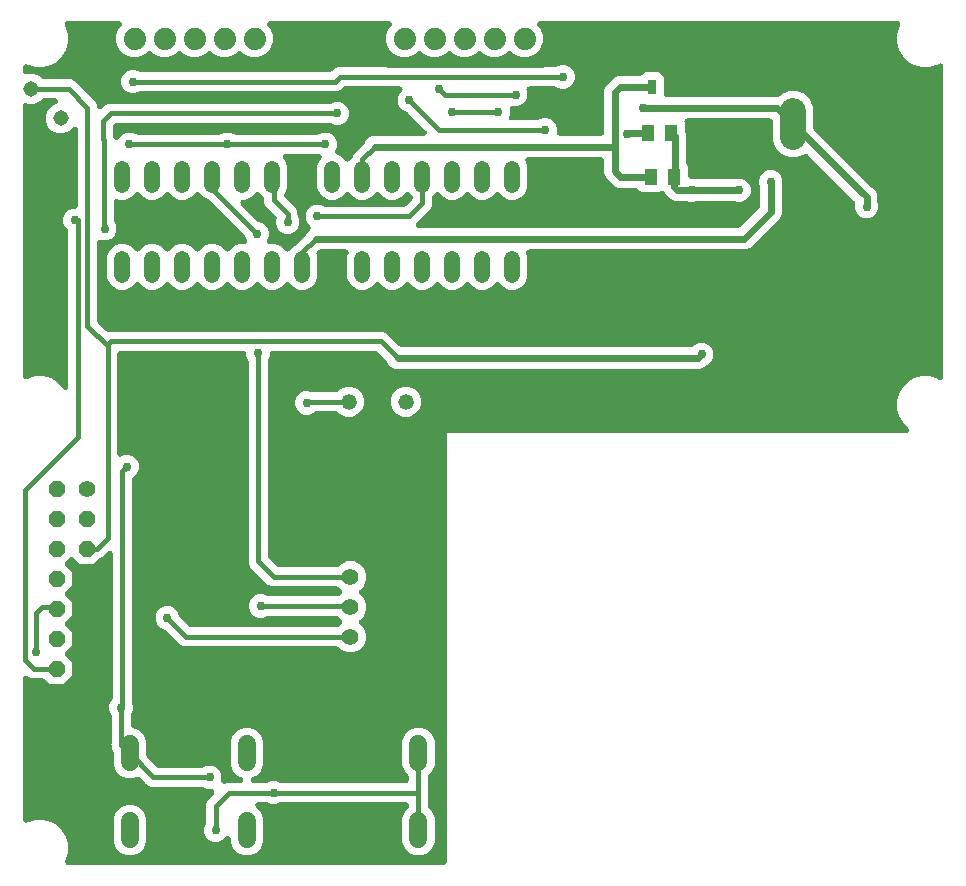
<source format=gbr>
G04 EAGLE Gerber RS-274X export*
G75*
%MOMM*%
%FSLAX34Y34*%
%LPD*%
%INBottom Copper*%
%IPPOS*%
%AMOC8*
5,1,8,0,0,1.08239X$1,22.5*%
G01*
%ADD10R,0.800000X1.200000*%
%ADD11C,1.320800*%
%ADD12R,1.100000X1.400000*%
%ADD13R,1.879600X1.879600*%
%ADD14C,1.879600*%
%ADD15C,1.320800*%
%ADD16C,1.524000*%
%ADD17C,1.308000*%
%ADD18C,1.422400*%
%ADD19P,1.539592X8X292.500000*%
%ADD20C,2.184400*%
%ADD21R,1.422400X1.422400*%
%ADD22C,0.756400*%
%ADD23C,0.609600*%
%ADD24C,0.406400*%

G36*
X564035Y77799D02*
X564035Y77799D01*
X564069Y77797D01*
X564258Y77819D01*
X564449Y77836D01*
X564482Y77845D01*
X564516Y77849D01*
X564699Y77904D01*
X564883Y77954D01*
X564914Y77969D01*
X564947Y77979D01*
X565118Y78066D01*
X565290Y78148D01*
X565318Y78168D01*
X565349Y78183D01*
X565501Y78299D01*
X565656Y78410D01*
X565680Y78435D01*
X565707Y78455D01*
X565836Y78595D01*
X565970Y78732D01*
X565989Y78761D01*
X566013Y78787D01*
X566115Y78948D01*
X566222Y79105D01*
X566236Y79137D01*
X566254Y79166D01*
X566327Y79343D01*
X566404Y79517D01*
X566412Y79551D01*
X566425Y79583D01*
X566465Y79770D01*
X566511Y79955D01*
X566513Y79989D01*
X566520Y80023D01*
X566539Y80335D01*
X566539Y443461D01*
X955441Y443461D01*
X955570Y443472D01*
X955700Y443474D01*
X955794Y443492D01*
X955889Y443501D01*
X956015Y443535D01*
X956142Y443560D01*
X956231Y443594D01*
X956323Y443619D01*
X956441Y443675D01*
X956562Y443722D01*
X956644Y443772D01*
X956730Y443813D01*
X956836Y443888D01*
X956947Y443956D01*
X957018Y444019D01*
X957096Y444075D01*
X957187Y444168D01*
X957284Y444254D01*
X957344Y444329D01*
X957410Y444397D01*
X957483Y444505D01*
X957564Y444607D01*
X957609Y444691D01*
X957662Y444770D01*
X957715Y444889D01*
X957776Y445004D01*
X957806Y445095D01*
X957845Y445182D01*
X957875Y445309D01*
X957915Y445432D01*
X957929Y445527D01*
X957951Y445620D01*
X957959Y445749D01*
X957977Y445878D01*
X957973Y445974D01*
X957979Y446069D01*
X957964Y446198D01*
X957959Y446328D01*
X957938Y446421D01*
X957927Y446516D01*
X957889Y446641D01*
X957861Y446768D01*
X957824Y446856D01*
X957796Y446947D01*
X957737Y447063D01*
X957687Y447183D01*
X957635Y447263D01*
X957592Y447349D01*
X957514Y447452D01*
X957443Y447561D01*
X957357Y447659D01*
X957320Y447707D01*
X957287Y447738D01*
X957236Y447796D01*
X952567Y452465D01*
X949386Y457974D01*
X947739Y464119D01*
X947739Y470481D01*
X949386Y476626D01*
X952567Y482135D01*
X957065Y486633D01*
X962574Y489814D01*
X968719Y491461D01*
X975081Y491461D01*
X981226Y489814D01*
X983395Y488562D01*
X983416Y488552D01*
X983435Y488539D01*
X983621Y488457D01*
X983804Y488372D01*
X983826Y488366D01*
X983847Y488357D01*
X984044Y488309D01*
X984239Y488257D01*
X984262Y488255D01*
X984285Y488250D01*
X984486Y488238D01*
X984688Y488221D01*
X984711Y488224D01*
X984734Y488222D01*
X984935Y488246D01*
X985136Y488265D01*
X985158Y488272D01*
X985181Y488274D01*
X985376Y488333D01*
X985569Y488388D01*
X985590Y488398D01*
X985612Y488405D01*
X985793Y488496D01*
X985974Y488585D01*
X985993Y488599D01*
X986014Y488609D01*
X986174Y488731D01*
X986338Y488850D01*
X986354Y488867D01*
X986372Y488881D01*
X986509Y489030D01*
X986649Y489176D01*
X986662Y489195D01*
X986678Y489212D01*
X986786Y489383D01*
X986898Y489551D01*
X986907Y489572D01*
X986919Y489592D01*
X986996Y489779D01*
X987076Y489965D01*
X987082Y489987D01*
X987090Y490008D01*
X987133Y490206D01*
X987179Y490403D01*
X987180Y490426D01*
X987185Y490449D01*
X987204Y490761D01*
X987204Y753839D01*
X987202Y753862D01*
X987204Y753885D01*
X987182Y754086D01*
X987164Y754288D01*
X987158Y754310D01*
X987156Y754333D01*
X987099Y754527D01*
X987046Y754722D01*
X987036Y754743D01*
X987029Y754765D01*
X986939Y754947D01*
X986852Y755129D01*
X986839Y755148D01*
X986829Y755168D01*
X986708Y755331D01*
X986590Y755495D01*
X986574Y755511D01*
X986560Y755530D01*
X986413Y755667D01*
X986268Y755809D01*
X986248Y755822D01*
X986232Y755838D01*
X986062Y755948D01*
X985895Y756061D01*
X985873Y756070D01*
X985854Y756083D01*
X985668Y756161D01*
X985483Y756243D01*
X985460Y756249D01*
X985439Y756258D01*
X985242Y756302D01*
X985045Y756350D01*
X985022Y756351D01*
X985000Y756357D01*
X984798Y756365D01*
X984596Y756378D01*
X984573Y756375D01*
X984550Y756376D01*
X984350Y756349D01*
X984149Y756326D01*
X984127Y756319D01*
X984104Y756316D01*
X983912Y756254D01*
X983718Y756195D01*
X983697Y756185D01*
X983675Y756178D01*
X983395Y756038D01*
X981226Y754786D01*
X975081Y753139D01*
X968719Y753139D01*
X962574Y754786D01*
X957065Y757967D01*
X952567Y762465D01*
X949386Y767974D01*
X947739Y774119D01*
X947739Y780481D01*
X949386Y786626D01*
X950408Y788395D01*
X950417Y788416D01*
X950430Y788435D01*
X950512Y788621D01*
X950597Y788804D01*
X950603Y788826D01*
X950612Y788847D01*
X950660Y789044D01*
X950712Y789239D01*
X950714Y789262D01*
X950719Y789285D01*
X950732Y789486D01*
X950748Y789688D01*
X950745Y789711D01*
X950747Y789734D01*
X950723Y789935D01*
X950704Y790136D01*
X950697Y790158D01*
X950695Y790181D01*
X950636Y790376D01*
X950581Y790569D01*
X950571Y790590D01*
X950564Y790612D01*
X950473Y790793D01*
X950384Y790974D01*
X950370Y790993D01*
X950360Y791014D01*
X950238Y791174D01*
X950119Y791338D01*
X950102Y791354D01*
X950088Y791372D01*
X949939Y791509D01*
X949793Y791649D01*
X949774Y791662D01*
X949757Y791678D01*
X949586Y791786D01*
X949418Y791898D01*
X949397Y791907D01*
X949377Y791919D01*
X949190Y791996D01*
X949004Y792076D01*
X948982Y792082D01*
X948961Y792090D01*
X948762Y792133D01*
X948566Y792179D01*
X948543Y792180D01*
X948520Y792185D01*
X948208Y792204D01*
X645639Y792204D01*
X645509Y792193D01*
X645379Y792191D01*
X645286Y792173D01*
X645190Y792164D01*
X645065Y792130D01*
X644937Y792105D01*
X644848Y792071D01*
X644756Y792046D01*
X644639Y791990D01*
X644517Y791943D01*
X644435Y791893D01*
X644349Y791852D01*
X644244Y791777D01*
X644133Y791709D01*
X644061Y791646D01*
X643983Y791590D01*
X643893Y791497D01*
X643795Y791411D01*
X643736Y791336D01*
X643669Y791268D01*
X643596Y791160D01*
X643516Y791058D01*
X643471Y790974D01*
X643417Y790895D01*
X643365Y790776D01*
X643303Y790661D01*
X643274Y790570D01*
X643235Y790483D01*
X643204Y790356D01*
X643164Y790233D01*
X643151Y790138D01*
X643128Y790045D01*
X643120Y789916D01*
X643103Y789787D01*
X643106Y789691D01*
X643101Y789596D01*
X643116Y789467D01*
X643121Y789337D01*
X643142Y789244D01*
X643153Y789149D01*
X643190Y789024D01*
X643218Y788897D01*
X643255Y788809D01*
X643283Y788718D01*
X643342Y788602D01*
X643392Y788482D01*
X643444Y788402D01*
X643487Y788316D01*
X643566Y788213D01*
X643636Y788104D01*
X643722Y788006D01*
X643759Y787958D01*
X643792Y787927D01*
X643843Y787869D01*
X645636Y786077D01*
X647995Y780382D01*
X647995Y774218D01*
X645636Y768523D01*
X641277Y764164D01*
X635582Y761805D01*
X629418Y761805D01*
X623723Y764164D01*
X621596Y766292D01*
X621569Y766314D01*
X621546Y766340D01*
X621397Y766458D01*
X621250Y766581D01*
X621220Y766598D01*
X621193Y766619D01*
X621024Y766709D01*
X620859Y766804D01*
X620827Y766815D01*
X620796Y766832D01*
X620615Y766891D01*
X620435Y766955D01*
X620401Y766960D01*
X620368Y766971D01*
X620179Y766997D01*
X619991Y767028D01*
X619956Y767028D01*
X619922Y767032D01*
X619731Y767025D01*
X619540Y767022D01*
X619506Y767015D01*
X619472Y767014D01*
X619286Y766973D01*
X619098Y766936D01*
X619066Y766924D01*
X619032Y766916D01*
X618857Y766843D01*
X618678Y766774D01*
X618649Y766756D01*
X618617Y766743D01*
X618457Y766640D01*
X618294Y766540D01*
X618268Y766517D01*
X618239Y766499D01*
X618004Y766292D01*
X615877Y764164D01*
X610182Y761805D01*
X604018Y761805D01*
X598323Y764164D01*
X596196Y766292D01*
X596169Y766314D01*
X596146Y766340D01*
X595997Y766458D01*
X595850Y766581D01*
X595820Y766598D01*
X595793Y766619D01*
X595624Y766709D01*
X595459Y766804D01*
X595427Y766815D01*
X595396Y766832D01*
X595215Y766891D01*
X595035Y766955D01*
X595001Y766960D01*
X594968Y766971D01*
X594779Y766997D01*
X594591Y767028D01*
X594556Y767028D01*
X594522Y767032D01*
X594331Y767025D01*
X594140Y767022D01*
X594106Y767015D01*
X594072Y767014D01*
X593886Y766973D01*
X593698Y766936D01*
X593666Y766924D01*
X593632Y766916D01*
X593457Y766843D01*
X593278Y766774D01*
X593249Y766756D01*
X593217Y766743D01*
X593057Y766640D01*
X592894Y766540D01*
X592868Y766517D01*
X592839Y766499D01*
X592604Y766292D01*
X590477Y764164D01*
X584782Y761805D01*
X578618Y761805D01*
X572923Y764164D01*
X570796Y766292D01*
X570769Y766314D01*
X570746Y766340D01*
X570597Y766458D01*
X570450Y766581D01*
X570420Y766598D01*
X570393Y766619D01*
X570224Y766709D01*
X570059Y766804D01*
X570027Y766815D01*
X569996Y766832D01*
X569815Y766891D01*
X569635Y766955D01*
X569601Y766960D01*
X569568Y766971D01*
X569379Y766997D01*
X569191Y767028D01*
X569156Y767028D01*
X569122Y767032D01*
X568931Y767025D01*
X568740Y767022D01*
X568706Y767015D01*
X568672Y767014D01*
X568486Y766973D01*
X568298Y766936D01*
X568266Y766924D01*
X568232Y766916D01*
X568057Y766843D01*
X567878Y766774D01*
X567849Y766756D01*
X567817Y766743D01*
X567657Y766640D01*
X567494Y766540D01*
X567468Y766517D01*
X567439Y766499D01*
X567204Y766292D01*
X565077Y764164D01*
X559382Y761805D01*
X553218Y761805D01*
X547523Y764164D01*
X545396Y766292D01*
X545369Y766314D01*
X545346Y766340D01*
X545197Y766458D01*
X545050Y766581D01*
X545020Y766598D01*
X544993Y766619D01*
X544824Y766709D01*
X544659Y766804D01*
X544627Y766815D01*
X544596Y766832D01*
X544415Y766891D01*
X544235Y766955D01*
X544201Y766960D01*
X544168Y766971D01*
X543979Y766997D01*
X543791Y767028D01*
X543756Y767028D01*
X543722Y767032D01*
X543531Y767025D01*
X543340Y767022D01*
X543306Y767015D01*
X543272Y767014D01*
X543086Y766973D01*
X542898Y766936D01*
X542866Y766924D01*
X542832Y766916D01*
X542657Y766843D01*
X542478Y766774D01*
X542449Y766756D01*
X542417Y766743D01*
X542257Y766640D01*
X542094Y766540D01*
X542068Y766517D01*
X542039Y766499D01*
X541804Y766292D01*
X539677Y764164D01*
X533982Y761805D01*
X527818Y761805D01*
X522123Y764164D01*
X517764Y768523D01*
X515405Y774218D01*
X515405Y780382D01*
X517764Y786077D01*
X519557Y787869D01*
X519640Y787969D01*
X519731Y788062D01*
X519784Y788142D01*
X519846Y788215D01*
X519910Y788328D01*
X519983Y788435D01*
X520021Y788523D01*
X520069Y788606D01*
X520112Y788728D01*
X520165Y788847D01*
X520188Y788940D01*
X520220Y789030D01*
X520241Y789158D01*
X520272Y789285D01*
X520278Y789380D01*
X520293Y789474D01*
X520291Y789604D01*
X520299Y789734D01*
X520288Y789829D01*
X520287Y789925D01*
X520262Y790052D01*
X520247Y790181D01*
X520220Y790273D01*
X520202Y790367D01*
X520155Y790488D01*
X520117Y790612D01*
X520074Y790698D01*
X520039Y790787D01*
X519972Y790898D01*
X519913Y791014D01*
X519855Y791090D01*
X519805Y791171D01*
X519719Y791269D01*
X519641Y791372D01*
X519570Y791437D01*
X519507Y791509D01*
X519405Y791589D01*
X519310Y791678D01*
X519229Y791729D01*
X519154Y791788D01*
X519039Y791850D01*
X518930Y791919D01*
X518841Y791956D01*
X518757Y792001D01*
X518633Y792041D01*
X518513Y792090D01*
X518420Y792110D01*
X518329Y792140D01*
X518200Y792158D01*
X518073Y792185D01*
X517943Y792193D01*
X517883Y792201D01*
X517838Y792200D01*
X517761Y792204D01*
X417039Y792204D01*
X416909Y792193D01*
X416779Y792191D01*
X416686Y792173D01*
X416590Y792164D01*
X416465Y792130D01*
X416337Y792105D01*
X416248Y792071D01*
X416156Y792046D01*
X416039Y791990D01*
X415917Y791943D01*
X415835Y791893D01*
X415749Y791852D01*
X415644Y791777D01*
X415533Y791709D01*
X415461Y791646D01*
X415383Y791590D01*
X415293Y791497D01*
X415195Y791411D01*
X415136Y791336D01*
X415069Y791268D01*
X414996Y791160D01*
X414916Y791058D01*
X414871Y790974D01*
X414817Y790895D01*
X414765Y790776D01*
X414703Y790661D01*
X414674Y790570D01*
X414635Y790483D01*
X414604Y790356D01*
X414564Y790233D01*
X414551Y790138D01*
X414528Y790045D01*
X414520Y789916D01*
X414503Y789787D01*
X414506Y789691D01*
X414501Y789596D01*
X414516Y789467D01*
X414521Y789337D01*
X414542Y789244D01*
X414553Y789149D01*
X414590Y789024D01*
X414618Y788897D01*
X414655Y788809D01*
X414683Y788718D01*
X414742Y788602D01*
X414792Y788482D01*
X414844Y788402D01*
X414887Y788316D01*
X414966Y788213D01*
X415036Y788104D01*
X415122Y788006D01*
X415159Y787958D01*
X415192Y787927D01*
X415243Y787869D01*
X417036Y786077D01*
X419395Y780382D01*
X419395Y774218D01*
X417036Y768523D01*
X412677Y764164D01*
X406982Y761805D01*
X400818Y761805D01*
X395123Y764164D01*
X392996Y766292D01*
X392969Y766314D01*
X392946Y766340D01*
X392797Y766458D01*
X392650Y766581D01*
X392620Y766598D01*
X392593Y766619D01*
X392424Y766709D01*
X392259Y766804D01*
X392227Y766815D01*
X392196Y766832D01*
X392015Y766891D01*
X391835Y766955D01*
X391801Y766960D01*
X391768Y766971D01*
X391579Y766997D01*
X391391Y767028D01*
X391356Y767028D01*
X391322Y767032D01*
X391131Y767025D01*
X390940Y767022D01*
X390906Y767015D01*
X390872Y767014D01*
X390686Y766973D01*
X390498Y766936D01*
X390466Y766924D01*
X390432Y766916D01*
X390257Y766843D01*
X390078Y766774D01*
X390049Y766756D01*
X390017Y766743D01*
X389857Y766640D01*
X389694Y766540D01*
X389668Y766517D01*
X389639Y766499D01*
X389404Y766292D01*
X387277Y764164D01*
X381582Y761805D01*
X375418Y761805D01*
X369723Y764164D01*
X367596Y766292D01*
X367569Y766314D01*
X367546Y766340D01*
X367397Y766458D01*
X367250Y766581D01*
X367220Y766598D01*
X367193Y766619D01*
X367024Y766709D01*
X366859Y766804D01*
X366827Y766815D01*
X366796Y766832D01*
X366615Y766891D01*
X366435Y766955D01*
X366401Y766960D01*
X366368Y766971D01*
X366179Y766997D01*
X365991Y767028D01*
X365956Y767028D01*
X365922Y767032D01*
X365731Y767025D01*
X365540Y767022D01*
X365506Y767015D01*
X365472Y767014D01*
X365286Y766973D01*
X365098Y766936D01*
X365066Y766924D01*
X365032Y766916D01*
X364857Y766843D01*
X364678Y766774D01*
X364649Y766756D01*
X364617Y766743D01*
X364457Y766640D01*
X364294Y766540D01*
X364268Y766517D01*
X364239Y766499D01*
X364004Y766292D01*
X361877Y764164D01*
X356182Y761805D01*
X350018Y761805D01*
X344323Y764164D01*
X342196Y766292D01*
X342169Y766314D01*
X342146Y766340D01*
X341997Y766458D01*
X341850Y766580D01*
X341820Y766598D01*
X341793Y766619D01*
X341625Y766709D01*
X341459Y766804D01*
X341427Y766815D01*
X341396Y766832D01*
X341215Y766891D01*
X341035Y766955D01*
X341001Y766960D01*
X340968Y766971D01*
X340779Y766997D01*
X340591Y767028D01*
X340556Y767028D01*
X340522Y767032D01*
X340331Y767025D01*
X340141Y767022D01*
X340106Y767015D01*
X340072Y767014D01*
X339886Y766973D01*
X339698Y766936D01*
X339666Y766924D01*
X339632Y766916D01*
X339456Y766843D01*
X339278Y766774D01*
X339249Y766756D01*
X339217Y766743D01*
X339056Y766639D01*
X338894Y766540D01*
X338868Y766517D01*
X338839Y766499D01*
X338604Y766292D01*
X336477Y764164D01*
X330782Y761805D01*
X324618Y761805D01*
X318923Y764164D01*
X316796Y766292D01*
X316769Y766314D01*
X316746Y766340D01*
X316597Y766458D01*
X316450Y766581D01*
X316420Y766598D01*
X316393Y766619D01*
X316224Y766709D01*
X316059Y766804D01*
X316027Y766815D01*
X315996Y766832D01*
X315815Y766891D01*
X315635Y766955D01*
X315601Y766960D01*
X315568Y766971D01*
X315379Y766997D01*
X315191Y767028D01*
X315156Y767028D01*
X315122Y767032D01*
X314931Y767025D01*
X314740Y767022D01*
X314706Y767015D01*
X314672Y767014D01*
X314486Y766973D01*
X314298Y766936D01*
X314266Y766924D01*
X314232Y766916D01*
X314057Y766843D01*
X313878Y766774D01*
X313849Y766756D01*
X313817Y766743D01*
X313657Y766640D01*
X313494Y766540D01*
X313468Y766517D01*
X313439Y766499D01*
X313204Y766292D01*
X311077Y764164D01*
X305382Y761805D01*
X299218Y761805D01*
X293523Y764164D01*
X289164Y768523D01*
X286805Y774218D01*
X286805Y780382D01*
X289164Y786077D01*
X290957Y787869D01*
X291040Y787969D01*
X291131Y788062D01*
X291184Y788142D01*
X291246Y788215D01*
X291310Y788328D01*
X291383Y788435D01*
X291421Y788523D01*
X291469Y788606D01*
X291512Y788728D01*
X291565Y788847D01*
X291588Y788940D01*
X291620Y789030D01*
X291641Y789158D01*
X291672Y789285D01*
X291678Y789380D01*
X291693Y789474D01*
X291691Y789604D01*
X291699Y789734D01*
X291688Y789829D01*
X291687Y789925D01*
X291662Y790052D01*
X291647Y790181D01*
X291620Y790273D01*
X291602Y790367D01*
X291555Y790488D01*
X291517Y790612D01*
X291474Y790698D01*
X291439Y790787D01*
X291372Y790898D01*
X291313Y791014D01*
X291255Y791090D01*
X291205Y791171D01*
X291119Y791269D01*
X291041Y791372D01*
X290970Y791437D01*
X290907Y791509D01*
X290805Y791589D01*
X290710Y791678D01*
X290629Y791729D01*
X290554Y791788D01*
X290439Y791850D01*
X290330Y791919D01*
X290241Y791956D01*
X290157Y792001D01*
X290033Y792041D01*
X289913Y792090D01*
X289820Y792110D01*
X289729Y792140D01*
X289600Y792158D01*
X289473Y792185D01*
X289343Y792193D01*
X289283Y792201D01*
X289238Y792200D01*
X289161Y792204D01*
X245592Y792204D01*
X245569Y792202D01*
X245545Y792204D01*
X245344Y792182D01*
X245143Y792164D01*
X245121Y792158D01*
X245098Y792156D01*
X244904Y792099D01*
X244709Y792046D01*
X244688Y792036D01*
X244666Y792029D01*
X244484Y791939D01*
X244302Y791852D01*
X244283Y791839D01*
X244263Y791829D01*
X244100Y791708D01*
X243936Y791590D01*
X243920Y791574D01*
X243901Y791560D01*
X243763Y791413D01*
X243622Y791268D01*
X243609Y791248D01*
X243593Y791232D01*
X243484Y791063D01*
X243370Y790895D01*
X243360Y790873D01*
X243348Y790854D01*
X243270Y790668D01*
X243188Y790483D01*
X243182Y790460D01*
X243173Y790439D01*
X243129Y790242D01*
X243081Y790045D01*
X243080Y790022D01*
X243074Y790000D01*
X243066Y789798D01*
X243053Y789596D01*
X243056Y789573D01*
X243055Y789550D01*
X243082Y789350D01*
X243105Y789149D01*
X243112Y789127D01*
X243115Y789104D01*
X243177Y788911D01*
X243236Y788718D01*
X243246Y788697D01*
X243253Y788675D01*
X243392Y788395D01*
X244414Y786626D01*
X246061Y780481D01*
X246061Y774119D01*
X244414Y767974D01*
X241233Y762465D01*
X236735Y757967D01*
X231226Y754786D01*
X225081Y753139D01*
X218719Y753139D01*
X212574Y754786D01*
X211720Y755279D01*
X211699Y755289D01*
X211680Y755302D01*
X211495Y755384D01*
X211311Y755469D01*
X211289Y755475D01*
X211268Y755484D01*
X211071Y755532D01*
X210876Y755583D01*
X210853Y755585D01*
X210830Y755591D01*
X210629Y755603D01*
X210427Y755619D01*
X210404Y755617D01*
X210381Y755619D01*
X210180Y755595D01*
X209979Y755575D01*
X209957Y755569D01*
X209934Y755566D01*
X209739Y755508D01*
X209546Y755453D01*
X209525Y755443D01*
X209503Y755436D01*
X209322Y755344D01*
X209141Y755256D01*
X209122Y755242D01*
X209101Y755232D01*
X208941Y755110D01*
X208777Y754990D01*
X208761Y754974D01*
X208743Y754960D01*
X208606Y754812D01*
X208466Y754665D01*
X208453Y754646D01*
X208437Y754629D01*
X208329Y754458D01*
X208217Y754290D01*
X208208Y754268D01*
X208196Y754249D01*
X208119Y754061D01*
X208039Y753876D01*
X208033Y753854D01*
X208025Y753832D01*
X207982Y753634D01*
X207936Y753438D01*
X207935Y753415D01*
X207930Y753392D01*
X207911Y753080D01*
X207911Y749542D01*
X207918Y749459D01*
X207916Y749377D01*
X207938Y749236D01*
X207951Y749093D01*
X207972Y749014D01*
X207985Y748932D01*
X208031Y748797D01*
X208069Y748659D01*
X208104Y748585D01*
X208131Y748506D01*
X208201Y748381D01*
X208263Y748252D01*
X208310Y748185D01*
X208351Y748113D01*
X208441Y748002D01*
X208525Y747886D01*
X208584Y747829D01*
X208636Y747765D01*
X208745Y747672D01*
X208847Y747572D01*
X208916Y747526D01*
X208978Y747472D01*
X209102Y747400D01*
X209220Y747320D01*
X209296Y747287D01*
X209367Y747245D01*
X209501Y747196D01*
X209632Y747138D01*
X209712Y747118D01*
X209790Y747090D01*
X209931Y747065D01*
X210070Y747031D01*
X210152Y747026D01*
X210233Y747012D01*
X210376Y747012D01*
X210519Y747003D01*
X210601Y747013D01*
X210683Y747013D01*
X210824Y747039D01*
X210966Y747055D01*
X211045Y747079D01*
X211126Y747094D01*
X211359Y747174D01*
X211397Y747186D01*
X211407Y747191D01*
X211422Y747196D01*
X212486Y747637D01*
X217514Y747637D01*
X222158Y745713D01*
X223999Y743872D01*
X224125Y743767D01*
X224246Y743655D01*
X224297Y743623D01*
X224344Y743584D01*
X224487Y743502D01*
X224625Y743414D01*
X224682Y743390D01*
X224735Y743360D01*
X224890Y743305D01*
X225042Y743243D01*
X225102Y743230D01*
X225159Y743209D01*
X225322Y743183D01*
X225482Y743148D01*
X225559Y743143D01*
X225603Y743136D01*
X225664Y743137D01*
X225794Y743129D01*
X248117Y743129D01*
X251105Y741891D01*
X269391Y723605D01*
X270629Y720617D01*
X270629Y720255D01*
X270640Y720125D01*
X270642Y719995D01*
X270660Y719902D01*
X270669Y719806D01*
X270703Y719681D01*
X270728Y719553D01*
X270762Y719464D01*
X270787Y719372D01*
X270843Y719255D01*
X270890Y719133D01*
X270940Y719051D01*
X270981Y718965D01*
X271056Y718860D01*
X271124Y718748D01*
X271187Y718677D01*
X271243Y718599D01*
X271336Y718508D01*
X271422Y718411D01*
X271497Y718352D01*
X271565Y718285D01*
X271673Y718212D01*
X271775Y718132D01*
X271859Y718086D01*
X271938Y718033D01*
X272057Y717980D01*
X272172Y717919D01*
X272263Y717889D01*
X272350Y717851D01*
X272477Y717820D01*
X272600Y717780D01*
X272695Y717767D01*
X272788Y717744D01*
X272917Y717736D01*
X273046Y717718D01*
X273142Y717722D01*
X273237Y717716D01*
X273366Y717731D01*
X273496Y717737D01*
X273589Y717757D01*
X273684Y717769D01*
X273809Y717806D01*
X273936Y717834D01*
X274024Y717871D01*
X274115Y717899D01*
X274231Y717958D01*
X274351Y718008D01*
X274431Y718060D01*
X274517Y718103D01*
X274620Y718182D01*
X274729Y718252D01*
X274827Y718338D01*
X274875Y718375D01*
X274906Y718408D01*
X274964Y718459D01*
X277395Y720891D01*
X280383Y722129D01*
X467305Y722129D01*
X467422Y722139D01*
X467538Y722139D01*
X467645Y722159D01*
X467754Y722169D01*
X467866Y722199D01*
X467981Y722220D01*
X468127Y722271D01*
X468188Y722287D01*
X468220Y722303D01*
X468277Y722322D01*
X472035Y723879D01*
X475965Y723879D01*
X479596Y722375D01*
X482375Y719596D01*
X483879Y715965D01*
X483879Y712035D01*
X482375Y708404D01*
X479596Y705625D01*
X475965Y704121D01*
X472035Y704121D01*
X468277Y705678D01*
X468165Y705713D01*
X468057Y705757D01*
X467951Y705780D01*
X467847Y705813D01*
X467731Y705827D01*
X467617Y705852D01*
X467463Y705862D01*
X467400Y705869D01*
X467364Y705868D01*
X467305Y705871D01*
X286668Y705871D01*
X286633Y705868D01*
X286599Y705870D01*
X286410Y705848D01*
X286219Y705831D01*
X286186Y705822D01*
X286152Y705818D01*
X285969Y705763D01*
X285785Y705713D01*
X285754Y705698D01*
X285721Y705688D01*
X285550Y705601D01*
X285378Y705519D01*
X285350Y705499D01*
X285319Y705484D01*
X285167Y705368D01*
X285012Y705257D01*
X284988Y705232D01*
X284961Y705212D01*
X284832Y705072D01*
X284698Y704935D01*
X284679Y704906D01*
X284655Y704880D01*
X284553Y704719D01*
X284446Y704562D01*
X284432Y704530D01*
X284414Y704501D01*
X284341Y704324D01*
X284264Y704150D01*
X284256Y704116D01*
X284243Y704084D01*
X284203Y703897D01*
X284157Y703712D01*
X284155Y703678D01*
X284148Y703644D01*
X284129Y703332D01*
X284129Y694829D01*
X284132Y694796D01*
X284130Y694764D01*
X284139Y694683D01*
X284139Y694596D01*
X284159Y694489D01*
X284169Y694381D01*
X284179Y694344D01*
X284182Y694317D01*
X284204Y694245D01*
X284220Y694153D01*
X284271Y694007D01*
X284287Y693946D01*
X284303Y693914D01*
X284312Y693888D01*
X284312Y693886D01*
X284322Y693857D01*
X284682Y692989D01*
X284742Y692873D01*
X284793Y692754D01*
X284846Y692674D01*
X284890Y692590D01*
X284970Y692487D01*
X285042Y692378D01*
X285108Y692309D01*
X285166Y692234D01*
X285263Y692146D01*
X285352Y692052D01*
X285429Y691996D01*
X285500Y691932D01*
X285611Y691863D01*
X285716Y691786D01*
X285802Y691745D01*
X285883Y691694D01*
X286003Y691646D01*
X286120Y691589D01*
X286212Y691563D01*
X286301Y691527D01*
X286428Y691501D01*
X286553Y691466D01*
X286649Y691456D01*
X286742Y691437D01*
X286872Y691434D01*
X287001Y691421D01*
X287097Y691429D01*
X287192Y691427D01*
X287320Y691446D01*
X287450Y691457D01*
X287543Y691481D01*
X287637Y691495D01*
X287760Y691538D01*
X287886Y691571D01*
X287973Y691611D01*
X288063Y691642D01*
X288177Y691705D01*
X288295Y691760D01*
X288373Y691815D01*
X288456Y691861D01*
X288557Y691944D01*
X288663Y692018D01*
X288731Y692086D01*
X288805Y692146D01*
X288889Y692245D01*
X288981Y692338D01*
X289035Y692416D01*
X289097Y692489D01*
X289163Y692601D01*
X289237Y692708D01*
X289294Y692825D01*
X289324Y692877D01*
X289340Y692919D01*
X289374Y692989D01*
X289625Y693596D01*
X292404Y696375D01*
X296035Y697879D01*
X299965Y697879D01*
X303723Y696322D01*
X303835Y696287D01*
X303943Y696243D01*
X304049Y696220D01*
X304153Y696187D01*
X304269Y696173D01*
X304383Y696148D01*
X304537Y696138D01*
X304600Y696131D01*
X304636Y696132D01*
X304695Y696129D01*
X374305Y696129D01*
X374422Y696139D01*
X374538Y696139D01*
X374645Y696159D01*
X374754Y696169D01*
X374866Y696199D01*
X374981Y696220D01*
X375127Y696271D01*
X375188Y696287D01*
X375220Y696303D01*
X375277Y696322D01*
X379035Y697879D01*
X382965Y697879D01*
X386723Y696322D01*
X386835Y696287D01*
X386943Y696243D01*
X387049Y696220D01*
X387153Y696187D01*
X387269Y696173D01*
X387383Y696148D01*
X387537Y696138D01*
X387599Y696131D01*
X387636Y696132D01*
X387695Y696129D01*
X457305Y696129D01*
X457422Y696139D01*
X457538Y696139D01*
X457645Y696159D01*
X457754Y696169D01*
X457866Y696199D01*
X457981Y696220D01*
X458127Y696271D01*
X458188Y696287D01*
X458220Y696303D01*
X458277Y696322D01*
X462035Y697879D01*
X465965Y697879D01*
X469596Y696375D01*
X472375Y693596D01*
X473879Y689965D01*
X473879Y686035D01*
X472400Y682464D01*
X472389Y682431D01*
X472374Y682400D01*
X472322Y682217D01*
X472265Y682035D01*
X472261Y682000D01*
X472251Y681967D01*
X472232Y681778D01*
X472208Y681588D01*
X472210Y681553D01*
X472207Y681519D01*
X472221Y681329D01*
X472231Y681138D01*
X472239Y681105D01*
X472242Y681070D01*
X472290Y680885D01*
X472333Y680700D01*
X472347Y680668D01*
X472356Y680634D01*
X472436Y680462D01*
X472511Y680286D01*
X472530Y680257D01*
X472545Y680226D01*
X472654Y680070D01*
X472759Y679910D01*
X472783Y679885D01*
X472803Y679857D01*
X472939Y679722D01*
X473070Y679585D01*
X473098Y679564D01*
X473123Y679540D01*
X473280Y679431D01*
X473433Y679319D01*
X473465Y679303D01*
X473493Y679284D01*
X473774Y679147D01*
X477094Y677771D01*
X480804Y674061D01*
X480831Y674039D01*
X480854Y674013D01*
X481003Y673895D01*
X481150Y673772D01*
X481180Y673755D01*
X481207Y673733D01*
X481375Y673643D01*
X481541Y673549D01*
X481573Y673537D01*
X481604Y673521D01*
X481785Y673462D01*
X481965Y673398D01*
X481999Y673392D01*
X482032Y673382D01*
X482221Y673356D01*
X482409Y673324D01*
X482444Y673325D01*
X482478Y673320D01*
X482669Y673328D01*
X482860Y673331D01*
X482894Y673337D01*
X482928Y673339D01*
X483114Y673380D01*
X483302Y673416D01*
X483334Y673429D01*
X483368Y673436D01*
X483543Y673510D01*
X483722Y673578D01*
X483751Y673597D01*
X483783Y673610D01*
X483943Y673713D01*
X484106Y673812D01*
X484132Y673835D01*
X484161Y673854D01*
X484396Y674061D01*
X486757Y676423D01*
X486832Y676513D01*
X486915Y676596D01*
X486977Y676685D01*
X487046Y676768D01*
X487104Y676870D01*
X487171Y676966D01*
X487239Y677105D01*
X487270Y677159D01*
X487282Y677193D01*
X487308Y677247D01*
X488409Y679905D01*
X496874Y688370D01*
X496949Y688460D01*
X497032Y688543D01*
X497093Y688632D01*
X497163Y688715D01*
X497221Y688817D01*
X497288Y688913D01*
X497355Y689052D01*
X497387Y689106D01*
X497399Y689141D01*
X497425Y689194D01*
X498247Y691180D01*
X500820Y693753D01*
X504181Y695145D01*
X547229Y695145D01*
X547359Y695156D01*
X547489Y695158D01*
X547583Y695176D01*
X547678Y695185D01*
X547803Y695219D01*
X547931Y695244D01*
X548020Y695278D01*
X548112Y695303D01*
X548229Y695359D01*
X548351Y695406D01*
X548433Y695456D01*
X548519Y695497D01*
X548624Y695572D01*
X548736Y695640D01*
X548807Y695703D01*
X548885Y695759D01*
X548976Y695852D01*
X549073Y695938D01*
X549132Y696013D01*
X549199Y696081D01*
X549272Y696189D01*
X549352Y696291D01*
X549397Y696375D01*
X549451Y696454D01*
X549504Y696573D01*
X549565Y696688D01*
X549595Y696779D01*
X549633Y696866D01*
X549664Y696993D01*
X549704Y697116D01*
X549717Y697211D01*
X549740Y697304D01*
X549748Y697433D01*
X549766Y697562D01*
X549762Y697658D01*
X549768Y697753D01*
X549753Y697882D01*
X549747Y698012D01*
X549727Y698105D01*
X549715Y698200D01*
X549678Y698325D01*
X549650Y698452D01*
X549613Y698540D01*
X549585Y698631D01*
X549526Y698747D01*
X549476Y698867D01*
X549424Y698948D01*
X549381Y699033D01*
X549302Y699136D01*
X549232Y699245D01*
X549146Y699343D01*
X549109Y699391D01*
X549076Y699422D01*
X549025Y699480D01*
X533986Y714518D01*
X533896Y714593D01*
X533814Y714675D01*
X533724Y714737D01*
X533641Y714807D01*
X533539Y714865D01*
X533443Y714931D01*
X533304Y714999D01*
X533250Y715030D01*
X533216Y715042D01*
X533162Y715069D01*
X529404Y716625D01*
X526625Y719404D01*
X525121Y723035D01*
X525121Y726965D01*
X526625Y730596D01*
X528566Y732536D01*
X528649Y732636D01*
X528740Y732729D01*
X528794Y732809D01*
X528855Y732882D01*
X528919Y732995D01*
X528992Y733102D01*
X529031Y733190D01*
X529078Y733273D01*
X529122Y733395D01*
X529174Y733514D01*
X529197Y733607D01*
X529229Y733697D01*
X529250Y733825D01*
X529281Y733952D01*
X529287Y734047D01*
X529302Y734141D01*
X529301Y734271D01*
X529309Y734401D01*
X529298Y734496D01*
X529296Y734592D01*
X529272Y734719D01*
X529257Y734848D01*
X529229Y734940D01*
X529211Y735034D01*
X529164Y735155D01*
X529126Y735279D01*
X529083Y735365D01*
X529048Y735454D01*
X528981Y735565D01*
X528922Y735681D01*
X528864Y735757D01*
X528815Y735838D01*
X528728Y735936D01*
X528650Y736039D01*
X528580Y736104D01*
X528516Y736176D01*
X528414Y736256D01*
X528319Y736345D01*
X528238Y736396D01*
X528163Y736455D01*
X528049Y736516D01*
X527939Y736586D01*
X527851Y736623D01*
X527766Y736668D01*
X527643Y736708D01*
X527522Y736757D01*
X527429Y736777D01*
X527338Y736807D01*
X527209Y736825D01*
X527082Y736852D01*
X526953Y736860D01*
X526892Y736868D01*
X526847Y736867D01*
X526770Y736871D01*
X480419Y736871D01*
X480255Y736857D01*
X480091Y736850D01*
X480031Y736837D01*
X479970Y736831D01*
X479811Y736788D01*
X479651Y736752D01*
X479595Y736729D01*
X479536Y736713D01*
X479388Y736642D01*
X479236Y736579D01*
X479184Y736546D01*
X479129Y736519D01*
X478996Y736424D01*
X478857Y736334D01*
X478800Y736283D01*
X478763Y736257D01*
X478721Y736214D01*
X478623Y736128D01*
X476605Y734109D01*
X473617Y732871D01*
X307695Y732871D01*
X307578Y732861D01*
X307462Y732861D01*
X307355Y732841D01*
X307246Y732831D01*
X307134Y732801D01*
X307019Y732780D01*
X306873Y732729D01*
X306812Y732713D01*
X306780Y732697D01*
X306723Y732678D01*
X302965Y731121D01*
X299035Y731121D01*
X295404Y732625D01*
X292625Y735404D01*
X291121Y739035D01*
X291121Y742965D01*
X292625Y746596D01*
X295404Y749375D01*
X299035Y750879D01*
X302965Y750879D01*
X306723Y749322D01*
X306835Y749287D01*
X306943Y749243D01*
X307049Y749220D01*
X307153Y749187D01*
X307269Y749173D01*
X307383Y749148D01*
X307537Y749138D01*
X307600Y749131D01*
X307636Y749132D01*
X307695Y749129D01*
X467581Y749129D01*
X467745Y749143D01*
X467909Y749150D01*
X467969Y749163D01*
X468030Y749169D01*
X468189Y749212D01*
X468349Y749248D01*
X468405Y749271D01*
X468464Y749287D01*
X468612Y749358D01*
X468764Y749421D01*
X468816Y749454D01*
X468871Y749481D01*
X469004Y749576D01*
X469143Y749666D01*
X469200Y749717D01*
X469237Y749743D01*
X469279Y749786D01*
X469377Y749872D01*
X471395Y751891D01*
X474383Y753129D01*
X658305Y753129D01*
X658422Y753139D01*
X658538Y753139D01*
X658645Y753159D01*
X658754Y753169D01*
X658866Y753199D01*
X658981Y753220D01*
X659127Y753271D01*
X659188Y753287D01*
X659220Y753303D01*
X659277Y753322D01*
X663035Y754879D01*
X666965Y754879D01*
X670596Y753375D01*
X673375Y750596D01*
X674879Y746965D01*
X674879Y743035D01*
X673375Y739404D01*
X670596Y736625D01*
X666965Y735121D01*
X663035Y735121D01*
X659277Y736678D01*
X659165Y736713D01*
X659057Y736757D01*
X658951Y736780D01*
X658847Y736813D01*
X658731Y736827D01*
X658617Y736852D01*
X658463Y736862D01*
X658400Y736869D01*
X658364Y736868D01*
X658305Y736871D01*
X636647Y736871D01*
X636565Y736864D01*
X636482Y736866D01*
X636341Y736844D01*
X636198Y736831D01*
X636119Y736810D01*
X636037Y736797D01*
X635902Y736751D01*
X635764Y736713D01*
X635690Y736678D01*
X635612Y736651D01*
X635486Y736581D01*
X635357Y736519D01*
X635290Y736472D01*
X635218Y736431D01*
X635108Y736341D01*
X634991Y736257D01*
X634934Y736198D01*
X634870Y736146D01*
X634777Y736037D01*
X634677Y735935D01*
X634631Y735866D01*
X634577Y735804D01*
X634505Y735680D01*
X634425Y735562D01*
X634392Y735486D01*
X634350Y735415D01*
X634301Y735281D01*
X634243Y735150D01*
X634223Y735070D01*
X634195Y734992D01*
X634170Y734851D01*
X634136Y734712D01*
X634131Y734630D01*
X634117Y734549D01*
X634117Y734406D01*
X634108Y734263D01*
X634118Y734181D01*
X634118Y734099D01*
X634144Y733958D01*
X634161Y733816D01*
X634184Y733737D01*
X634199Y733656D01*
X634279Y733423D01*
X634291Y733385D01*
X634296Y733375D01*
X634301Y733360D01*
X634879Y731965D01*
X634879Y728035D01*
X633375Y724404D01*
X630596Y721625D01*
X626965Y720121D01*
X622947Y720121D01*
X622881Y720142D01*
X622752Y720158D01*
X622624Y720184D01*
X622529Y720187D01*
X622434Y720199D01*
X622305Y720192D01*
X622174Y720195D01*
X622080Y720180D01*
X621985Y720176D01*
X621858Y720146D01*
X621729Y720126D01*
X621639Y720095D01*
X621546Y720074D01*
X621427Y720022D01*
X621303Y719980D01*
X621220Y719933D01*
X621133Y719896D01*
X621024Y719824D01*
X620910Y719760D01*
X620836Y719700D01*
X620757Y719647D01*
X620663Y719558D01*
X620562Y719475D01*
X620500Y719403D01*
X620431Y719337D01*
X620354Y719231D01*
X620269Y719133D01*
X620221Y719050D01*
X620165Y718973D01*
X620108Y718857D01*
X620042Y718744D01*
X620009Y718655D01*
X619967Y718569D01*
X619932Y718444D01*
X619887Y718321D01*
X619870Y718228D01*
X619844Y718136D01*
X619831Y718006D01*
X619809Y717878D01*
X619809Y717783D01*
X619800Y717688D01*
X619810Y717558D01*
X619810Y717428D01*
X619827Y717334D01*
X619835Y717239D01*
X619868Y717113D01*
X619879Y717054D01*
X619879Y713035D01*
X619301Y711640D01*
X619276Y711561D01*
X619243Y711486D01*
X619209Y711347D01*
X619166Y711210D01*
X619156Y711128D01*
X619136Y711048D01*
X619127Y710906D01*
X619109Y710763D01*
X619113Y710681D01*
X619108Y710599D01*
X619125Y710457D01*
X619132Y710314D01*
X619151Y710234D01*
X619161Y710152D01*
X619202Y710014D01*
X619234Y709875D01*
X619267Y709800D01*
X619291Y709721D01*
X619356Y709593D01*
X619412Y709462D01*
X619458Y709393D01*
X619495Y709319D01*
X619582Y709206D01*
X619661Y709086D01*
X619717Y709026D01*
X619767Y708961D01*
X619872Y708864D01*
X619971Y708760D01*
X620038Y708711D01*
X620098Y708655D01*
X620219Y708579D01*
X620335Y708494D01*
X620409Y708458D01*
X620478Y708414D01*
X620610Y708359D01*
X620739Y708296D01*
X620819Y708274D01*
X620895Y708243D01*
X621035Y708213D01*
X621172Y708173D01*
X621254Y708165D01*
X621335Y708148D01*
X621581Y708133D01*
X621620Y708129D01*
X621631Y708130D01*
X621647Y708129D01*
X643305Y708129D01*
X643422Y708139D01*
X643538Y708139D01*
X643645Y708159D01*
X643754Y708169D01*
X643866Y708199D01*
X643981Y708220D01*
X644127Y708271D01*
X644188Y708287D01*
X644220Y708303D01*
X644277Y708322D01*
X648035Y709879D01*
X651965Y709879D01*
X655596Y708375D01*
X658375Y705596D01*
X659879Y701965D01*
X659879Y697684D01*
X659882Y697649D01*
X659880Y697615D01*
X659902Y697426D01*
X659919Y697235D01*
X659928Y697202D01*
X659932Y697168D01*
X659987Y696985D01*
X660037Y696801D01*
X660052Y696770D01*
X660062Y696737D01*
X660149Y696566D01*
X660231Y696394D01*
X660251Y696366D01*
X660266Y696335D01*
X660382Y696183D01*
X660493Y696028D01*
X660518Y696004D01*
X660538Y695977D01*
X660678Y695848D01*
X660815Y695714D01*
X660844Y695695D01*
X660870Y695671D01*
X661031Y695569D01*
X661188Y695462D01*
X661220Y695448D01*
X661249Y695430D01*
X661426Y695357D01*
X661600Y695280D01*
X661634Y695272D01*
X661666Y695259D01*
X661853Y695219D01*
X662038Y695173D01*
X662072Y695171D01*
X662106Y695164D01*
X662418Y695145D01*
X697316Y695145D01*
X697351Y695148D01*
X697385Y695146D01*
X697574Y695168D01*
X697765Y695185D01*
X697798Y695194D01*
X697832Y695198D01*
X698015Y695253D01*
X698199Y695303D01*
X698230Y695318D01*
X698263Y695328D01*
X698434Y695415D01*
X698606Y695497D01*
X698634Y695517D01*
X698665Y695532D01*
X698817Y695648D01*
X698972Y695759D01*
X698996Y695784D01*
X699023Y695804D01*
X699152Y695944D01*
X699286Y696081D01*
X699305Y696110D01*
X699329Y696136D01*
X699431Y696297D01*
X699538Y696454D01*
X699552Y696486D01*
X699570Y696515D01*
X699643Y696692D01*
X699720Y696866D01*
X699728Y696900D01*
X699741Y696932D01*
X699781Y697119D01*
X699827Y697304D01*
X699829Y697338D01*
X699836Y697372D01*
X699855Y697684D01*
X699855Y733819D01*
X701247Y737180D01*
X708420Y744353D01*
X711781Y745745D01*
X729771Y745745D01*
X729935Y745759D01*
X730099Y745766D01*
X730159Y745779D01*
X730219Y745785D01*
X730378Y745828D01*
X730539Y745864D01*
X730595Y745887D01*
X730654Y745903D01*
X730802Y745974D01*
X730954Y746037D01*
X731005Y746070D01*
X731060Y746097D01*
X731194Y746192D01*
X731332Y746282D01*
X731390Y746333D01*
X731426Y746359D01*
X731469Y746402D01*
X731566Y746488D01*
X732846Y747769D01*
X735087Y748697D01*
X745513Y748697D01*
X747754Y747769D01*
X749469Y746054D01*
X750397Y743813D01*
X750397Y730584D01*
X750400Y730549D01*
X750398Y730515D01*
X750420Y730326D01*
X750437Y730135D01*
X750446Y730102D01*
X750450Y730068D01*
X750505Y729885D01*
X750555Y729701D01*
X750570Y729670D01*
X750580Y729637D01*
X750667Y729466D01*
X750749Y729294D01*
X750769Y729266D01*
X750784Y729235D01*
X750900Y729083D01*
X751011Y728928D01*
X751036Y728904D01*
X751056Y728877D01*
X751196Y728748D01*
X751333Y728614D01*
X751362Y728595D01*
X751388Y728571D01*
X751549Y728469D01*
X751706Y728362D01*
X751738Y728348D01*
X751767Y728330D01*
X751944Y728257D01*
X752118Y728180D01*
X752152Y728172D01*
X752184Y728159D01*
X752371Y728119D01*
X752556Y728073D01*
X752590Y728071D01*
X752624Y728064D01*
X752936Y728045D01*
X847003Y728045D01*
X847167Y728059D01*
X847331Y728066D01*
X847390Y728079D01*
X847451Y728085D01*
X847610Y728128D01*
X847771Y728164D01*
X847827Y728187D01*
X847886Y728203D01*
X848034Y728274D01*
X848186Y728337D01*
X848237Y728370D01*
X848292Y728397D01*
X848426Y728492D01*
X848564Y728582D01*
X848622Y728633D01*
X848658Y728659D01*
X848701Y728702D01*
X848798Y728788D01*
X850360Y730350D01*
X856615Y732941D01*
X863385Y732941D01*
X869640Y730350D01*
X874428Y725562D01*
X877019Y719307D01*
X877019Y701966D01*
X877033Y701802D01*
X877040Y701638D01*
X877053Y701578D01*
X877059Y701517D01*
X877102Y701358D01*
X877138Y701198D01*
X877161Y701142D01*
X877177Y701083D01*
X877248Y700934D01*
X877311Y700782D01*
X877344Y700731D01*
X877371Y700676D01*
X877466Y700543D01*
X877556Y700404D01*
X877607Y700346D01*
X877633Y700310D01*
X877676Y700268D01*
X877762Y700170D01*
X926923Y651010D01*
X929853Y648080D01*
X931245Y644719D01*
X931245Y639242D01*
X931255Y639126D01*
X931255Y639009D01*
X931275Y638902D01*
X931285Y638794D01*
X931315Y638681D01*
X931336Y638566D01*
X931387Y638420D01*
X931403Y638359D01*
X931419Y638327D01*
X931438Y638270D01*
X931979Y636965D01*
X931979Y633035D01*
X930475Y629404D01*
X927696Y626625D01*
X924065Y625121D01*
X920135Y625121D01*
X916504Y626625D01*
X913725Y629404D01*
X912221Y633035D01*
X912221Y636965D01*
X912416Y637435D01*
X912479Y637635D01*
X912545Y637839D01*
X912547Y637852D01*
X912551Y637864D01*
X912577Y638074D01*
X912606Y638285D01*
X912606Y638298D01*
X912607Y638311D01*
X912597Y638523D01*
X912588Y638735D01*
X912585Y638747D01*
X912584Y638761D01*
X912536Y638967D01*
X912490Y639174D01*
X912485Y639186D01*
X912482Y639199D01*
X912399Y639392D01*
X912317Y639590D01*
X912309Y639601D01*
X912304Y639613D01*
X912189Y639788D01*
X912072Y639968D01*
X912062Y639980D01*
X912056Y639989D01*
X912029Y640017D01*
X911865Y640202D01*
X872804Y679264D01*
X872640Y679401D01*
X872480Y679538D01*
X872468Y679544D01*
X872458Y679553D01*
X872273Y679658D01*
X872091Y679765D01*
X872079Y679770D01*
X872067Y679776D01*
X871868Y679847D01*
X871669Y679920D01*
X871655Y679922D01*
X871643Y679927D01*
X871434Y679962D01*
X871225Y679998D01*
X871212Y679998D01*
X871199Y680000D01*
X870985Y679997D01*
X870775Y679997D01*
X870762Y679994D01*
X870749Y679994D01*
X870539Y679954D01*
X870332Y679916D01*
X870317Y679911D01*
X870306Y679909D01*
X870270Y679894D01*
X870036Y679814D01*
X863385Y677059D01*
X856615Y677059D01*
X850360Y679650D01*
X845572Y684438D01*
X842981Y690693D01*
X842981Y707216D01*
X842978Y707251D01*
X842980Y707285D01*
X842958Y707474D01*
X842941Y707665D01*
X842932Y707698D01*
X842928Y707732D01*
X842873Y707915D01*
X842823Y708099D01*
X842808Y708130D01*
X842798Y708163D01*
X842711Y708334D01*
X842629Y708506D01*
X842609Y708534D01*
X842594Y708565D01*
X842478Y708717D01*
X842367Y708872D01*
X842342Y708896D01*
X842322Y708923D01*
X842182Y709052D01*
X842045Y709186D01*
X842016Y709205D01*
X841990Y709229D01*
X841829Y709331D01*
X841672Y709438D01*
X841640Y709452D01*
X841611Y709470D01*
X841434Y709543D01*
X841260Y709620D01*
X841226Y709628D01*
X841194Y709641D01*
X841007Y709681D01*
X840822Y709727D01*
X840788Y709729D01*
X840754Y709736D01*
X840442Y709755D01*
X770422Y709755D01*
X770340Y709748D01*
X770258Y709750D01*
X770117Y709728D01*
X769974Y709715D01*
X769894Y709694D01*
X769813Y709681D01*
X769678Y709634D01*
X769540Y709597D01*
X769465Y709561D01*
X769387Y709535D01*
X769262Y709465D01*
X769133Y709403D01*
X769066Y709355D01*
X768994Y709315D01*
X768883Y709225D01*
X768767Y709141D01*
X768709Y709082D01*
X768646Y709030D01*
X768553Y708921D01*
X768453Y708819D01*
X768407Y708750D01*
X768353Y708688D01*
X768281Y708564D01*
X768201Y708446D01*
X768167Y708370D01*
X768126Y708299D01*
X768077Y708165D01*
X768019Y708034D01*
X767999Y707954D01*
X767971Y707876D01*
X767946Y707735D01*
X767912Y707596D01*
X767907Y707514D01*
X767893Y707433D01*
X767893Y707290D01*
X767884Y707147D01*
X767894Y707065D01*
X767894Y706983D01*
X767920Y706842D01*
X767936Y706700D01*
X767960Y706621D01*
X767975Y706540D01*
X768055Y706307D01*
X768067Y706269D01*
X768071Y706259D01*
X768077Y706244D01*
X768297Y705713D01*
X768297Y699617D01*
X768303Y699552D01*
X768300Y699487D01*
X768322Y699329D01*
X768337Y699169D01*
X768354Y699106D01*
X768363Y699041D01*
X768413Y698889D01*
X768455Y698735D01*
X768483Y698675D01*
X768504Y698613D01*
X768645Y698334D01*
X768810Y698051D01*
X768854Y697737D01*
X768892Y697573D01*
X768922Y697408D01*
X768945Y697340D01*
X768955Y697298D01*
X768979Y697241D01*
X769023Y697112D01*
X769145Y696819D01*
X769145Y695802D01*
X769146Y695784D01*
X769145Y695767D01*
X769169Y695455D01*
X769308Y694448D01*
X769227Y694140D01*
X769199Y693975D01*
X769164Y693810D01*
X769160Y693738D01*
X769152Y693696D01*
X769153Y693635D01*
X769145Y693498D01*
X769145Y672729D01*
X769159Y672565D01*
X769166Y672401D01*
X769179Y672341D01*
X769185Y672281D01*
X769228Y672122D01*
X769264Y671961D01*
X769287Y671905D01*
X769303Y671846D01*
X769374Y671698D01*
X769437Y671546D01*
X769470Y671495D01*
X769497Y671440D01*
X769592Y671306D01*
X769682Y671168D01*
X769733Y671110D01*
X769759Y671074D01*
X769802Y671031D01*
X769888Y670934D01*
X769969Y670854D01*
X770897Y668613D01*
X770897Y661418D01*
X770900Y661383D01*
X770898Y661349D01*
X770920Y661160D01*
X770937Y660969D01*
X770946Y660936D01*
X770950Y660902D01*
X771005Y660719D01*
X771055Y660535D01*
X771070Y660504D01*
X771080Y660471D01*
X771167Y660300D01*
X771249Y660128D01*
X771269Y660100D01*
X771284Y660069D01*
X771400Y659917D01*
X771511Y659762D01*
X771536Y659738D01*
X771556Y659711D01*
X771696Y659582D01*
X771833Y659448D01*
X771862Y659429D01*
X771888Y659405D01*
X772049Y659303D01*
X772206Y659196D01*
X772238Y659182D01*
X772267Y659164D01*
X772444Y659091D01*
X772618Y659014D01*
X772652Y659006D01*
X772684Y658993D01*
X772871Y658953D01*
X773056Y658907D01*
X773090Y658905D01*
X773124Y658898D01*
X773436Y658879D01*
X775965Y658879D01*
X777270Y658338D01*
X777382Y658303D01*
X777490Y658259D01*
X777596Y658236D01*
X777700Y658203D01*
X777816Y658189D01*
X777930Y658164D01*
X778084Y658154D01*
X778147Y658147D01*
X778183Y658148D01*
X778242Y658145D01*
X809758Y658145D01*
X809874Y658155D01*
X809991Y658155D01*
X810098Y658175D01*
X810206Y658185D01*
X810319Y658215D01*
X810434Y658236D01*
X810580Y658287D01*
X810641Y658303D01*
X810673Y658319D01*
X810730Y658338D01*
X812035Y658879D01*
X815965Y658879D01*
X819596Y657375D01*
X822375Y654596D01*
X823879Y650965D01*
X823879Y647035D01*
X822375Y643404D01*
X819596Y640625D01*
X815965Y639121D01*
X812035Y639121D01*
X810730Y639662D01*
X810618Y639697D01*
X810510Y639741D01*
X810404Y639764D01*
X810300Y639797D01*
X810184Y639811D01*
X810070Y639836D01*
X809916Y639846D01*
X809853Y639853D01*
X809817Y639852D01*
X809758Y639855D01*
X778242Y639855D01*
X778126Y639845D01*
X778009Y639845D01*
X777902Y639825D01*
X777794Y639815D01*
X777681Y639785D01*
X777566Y639764D01*
X777420Y639713D01*
X777359Y639697D01*
X777327Y639681D01*
X777270Y639662D01*
X775965Y639121D01*
X772035Y639121D01*
X770730Y639662D01*
X770618Y639697D01*
X770510Y639741D01*
X770404Y639764D01*
X770300Y639797D01*
X770184Y639811D01*
X770070Y639836D01*
X769916Y639846D01*
X769853Y639853D01*
X769817Y639852D01*
X769758Y639855D01*
X760181Y639855D01*
X756820Y641247D01*
X751547Y646520D01*
X751432Y646799D01*
X751416Y646830D01*
X751404Y646863D01*
X751312Y647029D01*
X751223Y647198D01*
X751202Y647226D01*
X751185Y647256D01*
X751064Y647404D01*
X750947Y647554D01*
X750922Y647578D01*
X750900Y647605D01*
X750755Y647729D01*
X750613Y647856D01*
X750584Y647874D01*
X750557Y647897D01*
X750392Y647994D01*
X750231Y648094D01*
X750199Y648107D01*
X750169Y648124D01*
X749990Y648190D01*
X749813Y648261D01*
X749779Y648268D01*
X749746Y648280D01*
X749558Y648313D01*
X749371Y648351D01*
X749337Y648352D01*
X749303Y648358D01*
X749112Y648357D01*
X748921Y648362D01*
X748887Y648356D01*
X748852Y648356D01*
X748665Y648322D01*
X748476Y648293D01*
X748444Y648281D01*
X748410Y648275D01*
X748114Y648174D01*
X746013Y647303D01*
X732587Y647303D01*
X730346Y648231D01*
X728576Y650002D01*
X728544Y650065D01*
X728536Y650075D01*
X728530Y650087D01*
X728401Y650254D01*
X728272Y650423D01*
X728263Y650432D01*
X728254Y650443D01*
X728096Y650585D01*
X727941Y650729D01*
X727930Y650736D01*
X727920Y650745D01*
X727741Y650856D01*
X727561Y650970D01*
X727549Y650975D01*
X727538Y650982D01*
X727342Y651060D01*
X727145Y651141D01*
X727132Y651144D01*
X727119Y651149D01*
X726913Y651191D01*
X726705Y651236D01*
X726689Y651237D01*
X726678Y651239D01*
X726639Y651240D01*
X726393Y651255D01*
X711781Y651255D01*
X708420Y652647D01*
X701247Y659820D01*
X699855Y663181D01*
X699855Y674316D01*
X699852Y674351D01*
X699854Y674385D01*
X699832Y674574D01*
X699815Y674765D01*
X699806Y674798D01*
X699802Y674832D01*
X699747Y675015D01*
X699697Y675199D01*
X699682Y675230D01*
X699672Y675263D01*
X699585Y675434D01*
X699503Y675606D01*
X699483Y675634D01*
X699468Y675665D01*
X699352Y675817D01*
X699241Y675972D01*
X699216Y675996D01*
X699196Y676023D01*
X699056Y676152D01*
X698919Y676286D01*
X698890Y676305D01*
X698864Y676329D01*
X698703Y676431D01*
X698546Y676538D01*
X698514Y676552D01*
X698485Y676570D01*
X698308Y676643D01*
X698134Y676720D01*
X698100Y676728D01*
X698068Y676741D01*
X697881Y676781D01*
X697696Y676827D01*
X697662Y676829D01*
X697628Y676836D01*
X697316Y676855D01*
X635767Y676855D01*
X635685Y676848D01*
X635602Y676850D01*
X635461Y676828D01*
X635318Y676815D01*
X635239Y676794D01*
X635158Y676781D01*
X635022Y676735D01*
X634884Y676697D01*
X634810Y676661D01*
X634732Y676635D01*
X634606Y676565D01*
X634477Y676503D01*
X634411Y676456D01*
X634338Y676415D01*
X634228Y676325D01*
X634111Y676241D01*
X634054Y676182D01*
X633990Y676130D01*
X633897Y676021D01*
X633797Y675919D01*
X633751Y675850D01*
X633698Y675788D01*
X633625Y675664D01*
X633545Y675546D01*
X633512Y675470D01*
X633470Y675399D01*
X633421Y675265D01*
X633363Y675134D01*
X633343Y675054D01*
X633315Y674976D01*
X633290Y674835D01*
X633256Y674696D01*
X633251Y674614D01*
X633237Y674533D01*
X633237Y674390D01*
X633229Y674247D01*
X633238Y674165D01*
X633238Y674083D01*
X633264Y673942D01*
X633281Y673800D01*
X633305Y673721D01*
X633319Y673640D01*
X633400Y673406D01*
X633411Y673369D01*
X633416Y673359D01*
X633421Y673344D01*
X635001Y669530D01*
X635001Y651270D01*
X633067Y646602D01*
X629494Y643029D01*
X624826Y641095D01*
X619774Y641095D01*
X615106Y643029D01*
X611396Y646739D01*
X611369Y646761D01*
X611346Y646787D01*
X611197Y646905D01*
X611050Y647028D01*
X611020Y647045D01*
X610993Y647067D01*
X610825Y647157D01*
X610659Y647251D01*
X610627Y647263D01*
X610596Y647279D01*
X610415Y647338D01*
X610235Y647402D01*
X610201Y647408D01*
X610168Y647418D01*
X609979Y647444D01*
X609791Y647475D01*
X609756Y647475D01*
X609722Y647480D01*
X609531Y647472D01*
X609341Y647469D01*
X609306Y647463D01*
X609272Y647461D01*
X609086Y647420D01*
X608898Y647384D01*
X608866Y647371D01*
X608832Y647364D01*
X608656Y647290D01*
X608478Y647222D01*
X608449Y647204D01*
X608417Y647190D01*
X608256Y647087D01*
X608094Y646988D01*
X608068Y646965D01*
X608039Y646946D01*
X607804Y646739D01*
X604094Y643029D01*
X599426Y641095D01*
X594374Y641095D01*
X589706Y643029D01*
X585996Y646739D01*
X585969Y646761D01*
X585946Y646787D01*
X585797Y646905D01*
X585650Y647028D01*
X585620Y647045D01*
X585593Y647067D01*
X585425Y647157D01*
X585259Y647251D01*
X585227Y647263D01*
X585196Y647279D01*
X585015Y647338D01*
X584835Y647402D01*
X584801Y647408D01*
X584768Y647418D01*
X584579Y647444D01*
X584391Y647475D01*
X584356Y647475D01*
X584322Y647480D01*
X584131Y647472D01*
X583941Y647469D01*
X583906Y647463D01*
X583872Y647461D01*
X583686Y647420D01*
X583498Y647384D01*
X583466Y647371D01*
X583432Y647364D01*
X583256Y647290D01*
X583078Y647222D01*
X583049Y647204D01*
X583017Y647190D01*
X582856Y647087D01*
X582694Y646988D01*
X582668Y646965D01*
X582639Y646946D01*
X582404Y646739D01*
X578694Y643029D01*
X574026Y641095D01*
X568974Y641095D01*
X564306Y643029D01*
X560596Y646739D01*
X560569Y646761D01*
X560546Y646787D01*
X560397Y646905D01*
X560250Y647028D01*
X560220Y647045D01*
X560193Y647067D01*
X560025Y647157D01*
X559859Y647251D01*
X559827Y647263D01*
X559796Y647279D01*
X559615Y647338D01*
X559435Y647402D01*
X559401Y647408D01*
X559368Y647418D01*
X559179Y647444D01*
X558991Y647475D01*
X558956Y647475D01*
X558922Y647480D01*
X558731Y647472D01*
X558541Y647469D01*
X558506Y647463D01*
X558472Y647461D01*
X558286Y647420D01*
X558098Y647384D01*
X558066Y647371D01*
X558032Y647364D01*
X557856Y647290D01*
X557678Y647222D01*
X557649Y647204D01*
X557617Y647190D01*
X557456Y647087D01*
X557294Y646988D01*
X557268Y646965D01*
X557239Y646946D01*
X557004Y646739D01*
X554972Y644707D01*
X554867Y644581D01*
X554755Y644460D01*
X554723Y644408D01*
X554684Y644362D01*
X554602Y644219D01*
X554514Y644080D01*
X554490Y644023D01*
X554460Y643971D01*
X554405Y643816D01*
X554343Y643663D01*
X554330Y643604D01*
X554309Y643546D01*
X554283Y643384D01*
X554248Y643223D01*
X554243Y643146D01*
X554236Y643102D01*
X554237Y643041D01*
X554229Y642911D01*
X554229Y636483D01*
X552991Y633495D01*
X540975Y621480D01*
X540892Y621380D01*
X540801Y621287D01*
X540748Y621207D01*
X540686Y621134D01*
X540622Y621021D01*
X540549Y620914D01*
X540510Y620826D01*
X540463Y620743D01*
X540419Y620621D01*
X540367Y620502D01*
X540344Y620409D01*
X540312Y620319D01*
X540291Y620190D01*
X540260Y620064D01*
X540254Y619969D01*
X540239Y619875D01*
X540240Y619744D01*
X540232Y619615D01*
X540243Y619520D01*
X540245Y619424D01*
X540270Y619297D01*
X540285Y619168D01*
X540312Y619076D01*
X540330Y618982D01*
X540377Y618861D01*
X540415Y618737D01*
X540458Y618652D01*
X540493Y618562D01*
X540560Y618451D01*
X540619Y618335D01*
X540677Y618259D01*
X540727Y618178D01*
X540813Y618080D01*
X540891Y617977D01*
X540961Y617912D01*
X541025Y617840D01*
X541127Y617760D01*
X541222Y617671D01*
X541303Y617620D01*
X541378Y617561D01*
X541492Y617500D01*
X541602Y617430D01*
X541691Y617393D01*
X541775Y617348D01*
X541898Y617308D01*
X542019Y617259D01*
X542112Y617239D01*
X542203Y617209D01*
X542332Y617191D01*
X542459Y617164D01*
X542589Y617156D01*
X542649Y617148D01*
X542694Y617149D01*
X542771Y617145D01*
X813160Y617145D01*
X813324Y617159D01*
X813488Y617166D01*
X813548Y617179D01*
X813609Y617185D01*
X813768Y617228D01*
X813928Y617264D01*
X813984Y617287D01*
X814043Y617303D01*
X814191Y617374D01*
X814343Y617437D01*
X814395Y617470D01*
X814450Y617497D01*
X814583Y617592D01*
X814722Y617682D01*
X814779Y617733D01*
X814816Y617759D01*
X814858Y617802D01*
X814956Y617888D01*
X831112Y634044D01*
X831217Y634170D01*
X831329Y634291D01*
X831361Y634343D01*
X831400Y634390D01*
X831482Y634532D01*
X831570Y634671D01*
X831594Y634728D01*
X831624Y634780D01*
X831679Y634935D01*
X831741Y635088D01*
X831754Y635147D01*
X831775Y635205D01*
X831801Y635367D01*
X831836Y635528D01*
X831841Y635605D01*
X831848Y635649D01*
X831847Y635710D01*
X831855Y635840D01*
X831855Y651758D01*
X831845Y651874D01*
X831845Y651991D01*
X831825Y652098D01*
X831815Y652206D01*
X831785Y652319D01*
X831764Y652434D01*
X831713Y652580D01*
X831697Y652641D01*
X831681Y652673D01*
X831662Y652730D01*
X831121Y654035D01*
X831121Y657965D01*
X832625Y661596D01*
X835404Y664375D01*
X839035Y665879D01*
X842965Y665879D01*
X846596Y664375D01*
X849375Y661596D01*
X850879Y657965D01*
X850879Y654035D01*
X850338Y652730D01*
X850303Y652618D01*
X850259Y652510D01*
X850236Y652404D01*
X850203Y652300D01*
X850189Y652184D01*
X850164Y652070D01*
X850154Y651916D01*
X850147Y651853D01*
X850148Y651817D01*
X850145Y651758D01*
X850145Y629181D01*
X848753Y625820D01*
X823180Y600247D01*
X819819Y598855D01*
X636512Y598855D01*
X636430Y598848D01*
X636348Y598850D01*
X636207Y598828D01*
X636064Y598815D01*
X635984Y598794D01*
X635903Y598781D01*
X635768Y598735D01*
X635630Y598697D01*
X635555Y598661D01*
X635477Y598635D01*
X635352Y598565D01*
X635223Y598503D01*
X635156Y598456D01*
X635084Y598415D01*
X634973Y598325D01*
X634857Y598241D01*
X634799Y598182D01*
X634736Y598130D01*
X634643Y598021D01*
X634543Y597919D01*
X634497Y597850D01*
X634443Y597788D01*
X634371Y597664D01*
X634291Y597546D01*
X634257Y597470D01*
X634216Y597399D01*
X634167Y597265D01*
X634109Y597134D01*
X634089Y597054D01*
X634061Y596976D01*
X634036Y596835D01*
X634002Y596696D01*
X633997Y596614D01*
X633983Y596533D01*
X633983Y596390D01*
X633974Y596247D01*
X633984Y596165D01*
X633984Y596083D01*
X634010Y595942D01*
X634026Y595800D01*
X634050Y595721D01*
X634065Y595640D01*
X634145Y595407D01*
X634157Y595369D01*
X634161Y595359D01*
X634167Y595344D01*
X635001Y593330D01*
X635001Y575070D01*
X633067Y570402D01*
X629494Y566829D01*
X624826Y564895D01*
X619774Y564895D01*
X615106Y566829D01*
X611396Y570539D01*
X611369Y570561D01*
X611346Y570587D01*
X611197Y570705D01*
X611050Y570828D01*
X611020Y570845D01*
X610993Y570867D01*
X610825Y570957D01*
X610659Y571051D01*
X610627Y571063D01*
X610596Y571079D01*
X610415Y571138D01*
X610235Y571202D01*
X610201Y571208D01*
X610168Y571218D01*
X609979Y571244D01*
X609791Y571276D01*
X609756Y571275D01*
X609722Y571280D01*
X609531Y571272D01*
X609340Y571269D01*
X609306Y571263D01*
X609272Y571261D01*
X609086Y571220D01*
X608898Y571184D01*
X608866Y571171D01*
X608832Y571164D01*
X608657Y571090D01*
X608478Y571022D01*
X608449Y571003D01*
X608417Y570990D01*
X608257Y570887D01*
X608094Y570788D01*
X608068Y570765D01*
X608039Y570746D01*
X607804Y570539D01*
X604094Y566829D01*
X599426Y564895D01*
X594374Y564895D01*
X589706Y566829D01*
X585996Y570539D01*
X585969Y570561D01*
X585946Y570587D01*
X585797Y570705D01*
X585650Y570828D01*
X585620Y570845D01*
X585593Y570867D01*
X585425Y570957D01*
X585259Y571051D01*
X585227Y571063D01*
X585196Y571079D01*
X585015Y571138D01*
X584835Y571202D01*
X584801Y571208D01*
X584768Y571218D01*
X584579Y571244D01*
X584391Y571276D01*
X584356Y571275D01*
X584322Y571280D01*
X584131Y571272D01*
X583940Y571269D01*
X583906Y571263D01*
X583872Y571261D01*
X583686Y571220D01*
X583498Y571184D01*
X583466Y571171D01*
X583432Y571164D01*
X583257Y571090D01*
X583078Y571022D01*
X583049Y571003D01*
X583017Y570990D01*
X582857Y570887D01*
X582694Y570788D01*
X582668Y570765D01*
X582639Y570746D01*
X582404Y570539D01*
X578694Y566829D01*
X574026Y564895D01*
X568974Y564895D01*
X564306Y566829D01*
X560596Y570539D01*
X560569Y570561D01*
X560546Y570587D01*
X560397Y570705D01*
X560250Y570828D01*
X560220Y570845D01*
X560193Y570867D01*
X560025Y570957D01*
X559859Y571051D01*
X559827Y571063D01*
X559796Y571079D01*
X559615Y571138D01*
X559435Y571202D01*
X559401Y571208D01*
X559368Y571218D01*
X559179Y571244D01*
X558991Y571276D01*
X558956Y571275D01*
X558922Y571280D01*
X558731Y571272D01*
X558540Y571269D01*
X558506Y571263D01*
X558472Y571261D01*
X558286Y571220D01*
X558098Y571184D01*
X558066Y571171D01*
X558032Y571164D01*
X557857Y571090D01*
X557678Y571022D01*
X557649Y571003D01*
X557617Y570990D01*
X557457Y570887D01*
X557294Y570788D01*
X557268Y570765D01*
X557239Y570746D01*
X557004Y570539D01*
X553294Y566829D01*
X548626Y564895D01*
X543574Y564895D01*
X538906Y566829D01*
X535196Y570539D01*
X535169Y570561D01*
X535146Y570587D01*
X534997Y570705D01*
X534850Y570828D01*
X534820Y570845D01*
X534793Y570867D01*
X534625Y570957D01*
X534459Y571051D01*
X534427Y571063D01*
X534396Y571079D01*
X534215Y571138D01*
X534035Y571202D01*
X534001Y571208D01*
X533968Y571218D01*
X533779Y571244D01*
X533591Y571276D01*
X533556Y571275D01*
X533522Y571280D01*
X533331Y571272D01*
X533140Y571269D01*
X533106Y571263D01*
X533072Y571261D01*
X532886Y571220D01*
X532698Y571184D01*
X532666Y571171D01*
X532632Y571164D01*
X532457Y571090D01*
X532278Y571022D01*
X532249Y571003D01*
X532217Y570990D01*
X532057Y570887D01*
X531894Y570788D01*
X531868Y570765D01*
X531839Y570746D01*
X531604Y570539D01*
X527894Y566829D01*
X523226Y564895D01*
X518174Y564895D01*
X513506Y566829D01*
X509796Y570539D01*
X509769Y570561D01*
X509746Y570587D01*
X509597Y570705D01*
X509450Y570828D01*
X509420Y570845D01*
X509393Y570867D01*
X509225Y570957D01*
X509059Y571051D01*
X509027Y571063D01*
X508996Y571079D01*
X508815Y571138D01*
X508635Y571202D01*
X508601Y571208D01*
X508568Y571218D01*
X508379Y571244D01*
X508191Y571276D01*
X508156Y571275D01*
X508122Y571280D01*
X507931Y571272D01*
X507740Y571269D01*
X507706Y571263D01*
X507672Y571261D01*
X507486Y571220D01*
X507298Y571184D01*
X507266Y571171D01*
X507232Y571164D01*
X507057Y571090D01*
X506878Y571022D01*
X506849Y571003D01*
X506817Y570990D01*
X506657Y570887D01*
X506494Y570788D01*
X506468Y570765D01*
X506439Y570746D01*
X506204Y570539D01*
X502494Y566829D01*
X497826Y564895D01*
X492774Y564895D01*
X488106Y566829D01*
X484533Y570402D01*
X482599Y575070D01*
X482599Y593330D01*
X483433Y595344D01*
X483458Y595423D01*
X483492Y595498D01*
X483525Y595638D01*
X483568Y595774D01*
X483579Y595856D01*
X483598Y595936D01*
X483607Y596078D01*
X483625Y596221D01*
X483621Y596303D01*
X483626Y596385D01*
X483609Y596527D01*
X483602Y596670D01*
X483583Y596750D01*
X483574Y596832D01*
X483532Y596970D01*
X483500Y597109D01*
X483467Y597184D01*
X483443Y597263D01*
X483378Y597391D01*
X483322Y597522D01*
X483276Y597591D01*
X483239Y597665D01*
X483153Y597778D01*
X483074Y597898D01*
X483017Y597958D01*
X482967Y598023D01*
X482862Y598120D01*
X482763Y598224D01*
X482697Y598273D01*
X482636Y598329D01*
X482515Y598405D01*
X482400Y598490D01*
X482326Y598526D01*
X482256Y598570D01*
X482124Y598625D01*
X481995Y598688D01*
X481916Y598710D01*
X481840Y598741D01*
X481700Y598771D01*
X481562Y598811D01*
X481480Y598819D01*
X481399Y598836D01*
X481154Y598851D01*
X481114Y598855D01*
X481103Y598854D01*
X481088Y598855D01*
X459403Y598855D01*
X459239Y598841D01*
X459075Y598834D01*
X459015Y598821D01*
X458954Y598815D01*
X458795Y598772D01*
X458635Y598736D01*
X458579Y598713D01*
X458520Y598697D01*
X458372Y598626D01*
X458220Y598563D01*
X458168Y598530D01*
X458113Y598503D01*
X457980Y598408D01*
X457841Y598318D01*
X457784Y598267D01*
X457747Y598241D01*
X457705Y598198D01*
X457607Y598112D01*
X457119Y597623D01*
X456983Y597461D01*
X456845Y597300D01*
X456839Y597288D01*
X456830Y597278D01*
X456726Y597095D01*
X456618Y596911D01*
X456613Y596898D01*
X456607Y596887D01*
X456536Y596688D01*
X456463Y596488D01*
X456461Y596475D01*
X456456Y596463D01*
X456421Y596251D01*
X456385Y596045D01*
X456385Y596032D01*
X456383Y596019D01*
X456385Y595805D01*
X456386Y595595D01*
X456389Y595582D01*
X456389Y595568D01*
X456429Y595359D01*
X456433Y595341D01*
X456439Y595286D01*
X456448Y595256D01*
X456467Y595152D01*
X456472Y595137D01*
X456474Y595126D01*
X456488Y595090D01*
X456569Y594856D01*
X457201Y593330D01*
X457201Y575070D01*
X455267Y570402D01*
X451694Y566829D01*
X447026Y564895D01*
X441974Y564895D01*
X437306Y566829D01*
X433596Y570539D01*
X433569Y570561D01*
X433546Y570587D01*
X433397Y570705D01*
X433250Y570828D01*
X433220Y570845D01*
X433193Y570867D01*
X433025Y570957D01*
X432859Y571051D01*
X432827Y571063D01*
X432796Y571079D01*
X432615Y571138D01*
X432435Y571202D01*
X432401Y571208D01*
X432368Y571218D01*
X432179Y571244D01*
X431991Y571276D01*
X431956Y571275D01*
X431922Y571280D01*
X431731Y571272D01*
X431540Y571269D01*
X431506Y571263D01*
X431472Y571261D01*
X431286Y571220D01*
X431098Y571184D01*
X431066Y571171D01*
X431032Y571164D01*
X430857Y571090D01*
X430678Y571022D01*
X430649Y571003D01*
X430617Y570990D01*
X430457Y570887D01*
X430294Y570788D01*
X430268Y570765D01*
X430239Y570746D01*
X430004Y570539D01*
X426294Y566829D01*
X421626Y564895D01*
X416574Y564895D01*
X411906Y566829D01*
X408196Y570539D01*
X408169Y570561D01*
X408146Y570587D01*
X407997Y570705D01*
X407850Y570828D01*
X407820Y570845D01*
X407793Y570867D01*
X407625Y570957D01*
X407459Y571051D01*
X407427Y571063D01*
X407396Y571079D01*
X407215Y571138D01*
X407035Y571202D01*
X407001Y571208D01*
X406968Y571218D01*
X406779Y571244D01*
X406591Y571276D01*
X406556Y571275D01*
X406522Y571280D01*
X406331Y571272D01*
X406140Y571269D01*
X406106Y571263D01*
X406072Y571261D01*
X405886Y571220D01*
X405698Y571184D01*
X405666Y571171D01*
X405632Y571164D01*
X405457Y571090D01*
X405278Y571022D01*
X405249Y571003D01*
X405217Y570990D01*
X405057Y570887D01*
X404894Y570788D01*
X404868Y570765D01*
X404839Y570746D01*
X404604Y570539D01*
X400894Y566829D01*
X396226Y564895D01*
X391174Y564895D01*
X386506Y566829D01*
X382796Y570539D01*
X382769Y570561D01*
X382746Y570587D01*
X382597Y570705D01*
X382450Y570828D01*
X382420Y570845D01*
X382393Y570867D01*
X382225Y570957D01*
X382059Y571051D01*
X382027Y571063D01*
X381996Y571079D01*
X381815Y571138D01*
X381635Y571202D01*
X381601Y571208D01*
X381568Y571218D01*
X381379Y571244D01*
X381191Y571276D01*
X381156Y571275D01*
X381122Y571280D01*
X380931Y571272D01*
X380740Y571269D01*
X380706Y571263D01*
X380672Y571261D01*
X380486Y571220D01*
X380298Y571184D01*
X380266Y571171D01*
X380232Y571164D01*
X380057Y571090D01*
X379878Y571022D01*
X379849Y571003D01*
X379817Y570990D01*
X379657Y570887D01*
X379494Y570788D01*
X379468Y570765D01*
X379439Y570746D01*
X379204Y570539D01*
X375494Y566829D01*
X370826Y564895D01*
X365774Y564895D01*
X361106Y566829D01*
X357396Y570539D01*
X357369Y570561D01*
X357346Y570587D01*
X357197Y570705D01*
X357050Y570828D01*
X357020Y570845D01*
X356993Y570867D01*
X356825Y570957D01*
X356659Y571051D01*
X356627Y571063D01*
X356596Y571079D01*
X356415Y571138D01*
X356235Y571202D01*
X356201Y571208D01*
X356168Y571218D01*
X355979Y571244D01*
X355791Y571276D01*
X355756Y571275D01*
X355722Y571280D01*
X355531Y571272D01*
X355340Y571269D01*
X355306Y571263D01*
X355272Y571261D01*
X355086Y571220D01*
X354898Y571184D01*
X354866Y571171D01*
X354832Y571164D01*
X354657Y571090D01*
X354478Y571022D01*
X354449Y571003D01*
X354417Y570990D01*
X354257Y570887D01*
X354094Y570788D01*
X354068Y570765D01*
X354039Y570746D01*
X353804Y570539D01*
X350094Y566829D01*
X345426Y564895D01*
X340374Y564895D01*
X335706Y566829D01*
X331996Y570539D01*
X331969Y570561D01*
X331946Y570587D01*
X331797Y570705D01*
X331650Y570828D01*
X331620Y570845D01*
X331593Y570867D01*
X331425Y570957D01*
X331259Y571051D01*
X331227Y571063D01*
X331196Y571079D01*
X331015Y571138D01*
X330835Y571202D01*
X330801Y571208D01*
X330768Y571218D01*
X330579Y571244D01*
X330391Y571276D01*
X330356Y571275D01*
X330322Y571280D01*
X330131Y571272D01*
X329940Y571269D01*
X329906Y571263D01*
X329872Y571261D01*
X329686Y571220D01*
X329498Y571184D01*
X329466Y571171D01*
X329432Y571164D01*
X329257Y571090D01*
X329078Y571022D01*
X329049Y571003D01*
X329017Y570990D01*
X328857Y570887D01*
X328694Y570788D01*
X328668Y570765D01*
X328639Y570746D01*
X328404Y570539D01*
X324694Y566829D01*
X320026Y564895D01*
X314974Y564895D01*
X310306Y566829D01*
X306596Y570539D01*
X306569Y570561D01*
X306546Y570587D01*
X306397Y570705D01*
X306250Y570828D01*
X306220Y570845D01*
X306193Y570867D01*
X306025Y570957D01*
X305859Y571051D01*
X305827Y571063D01*
X305796Y571079D01*
X305615Y571138D01*
X305435Y571202D01*
X305401Y571208D01*
X305368Y571218D01*
X305179Y571244D01*
X304991Y571276D01*
X304956Y571275D01*
X304922Y571280D01*
X304731Y571272D01*
X304540Y571269D01*
X304506Y571263D01*
X304472Y571261D01*
X304286Y571220D01*
X304098Y571184D01*
X304066Y571171D01*
X304032Y571164D01*
X303857Y571090D01*
X303678Y571022D01*
X303649Y571003D01*
X303617Y570990D01*
X303457Y570887D01*
X303294Y570788D01*
X303268Y570765D01*
X303239Y570746D01*
X303004Y570539D01*
X299294Y566829D01*
X294626Y564895D01*
X289574Y564895D01*
X284906Y566829D01*
X281333Y570402D01*
X279399Y575070D01*
X279399Y593330D01*
X281333Y597998D01*
X284906Y601571D01*
X289574Y603505D01*
X294626Y603505D01*
X299294Y601571D01*
X303004Y597861D01*
X303031Y597839D01*
X303054Y597813D01*
X303203Y597695D01*
X303350Y597572D01*
X303380Y597555D01*
X303407Y597533D01*
X303575Y597443D01*
X303741Y597349D01*
X303773Y597337D01*
X303804Y597321D01*
X303985Y597262D01*
X304165Y597198D01*
X304199Y597192D01*
X304232Y597182D01*
X304421Y597156D01*
X304609Y597125D01*
X304644Y597125D01*
X304678Y597120D01*
X304869Y597128D01*
X305059Y597131D01*
X305094Y597137D01*
X305128Y597139D01*
X305314Y597180D01*
X305502Y597216D01*
X305534Y597229D01*
X305568Y597236D01*
X305744Y597310D01*
X305922Y597378D01*
X305951Y597396D01*
X305983Y597410D01*
X306144Y597513D01*
X306306Y597612D01*
X306332Y597635D01*
X306361Y597654D01*
X306596Y597861D01*
X310306Y601571D01*
X314974Y603505D01*
X320026Y603505D01*
X324694Y601571D01*
X328404Y597861D01*
X328431Y597839D01*
X328454Y597813D01*
X328603Y597695D01*
X328750Y597572D01*
X328780Y597555D01*
X328807Y597533D01*
X328975Y597443D01*
X329141Y597349D01*
X329173Y597337D01*
X329204Y597321D01*
X329385Y597262D01*
X329565Y597198D01*
X329599Y597192D01*
X329632Y597182D01*
X329821Y597156D01*
X330009Y597125D01*
X330044Y597125D01*
X330078Y597120D01*
X330269Y597128D01*
X330459Y597131D01*
X330494Y597137D01*
X330528Y597139D01*
X330714Y597180D01*
X330902Y597216D01*
X330934Y597229D01*
X330968Y597236D01*
X331144Y597310D01*
X331322Y597378D01*
X331351Y597396D01*
X331383Y597410D01*
X331544Y597513D01*
X331706Y597612D01*
X331732Y597635D01*
X331761Y597654D01*
X331996Y597861D01*
X335706Y601571D01*
X340374Y603505D01*
X345426Y603505D01*
X350094Y601571D01*
X353804Y597861D01*
X353831Y597839D01*
X353854Y597813D01*
X354003Y597695D01*
X354150Y597572D01*
X354180Y597555D01*
X354207Y597533D01*
X354375Y597443D01*
X354541Y597349D01*
X354573Y597337D01*
X354604Y597321D01*
X354785Y597262D01*
X354965Y597198D01*
X354999Y597192D01*
X355032Y597182D01*
X355221Y597156D01*
X355409Y597125D01*
X355444Y597125D01*
X355478Y597120D01*
X355669Y597128D01*
X355859Y597131D01*
X355894Y597137D01*
X355928Y597139D01*
X356114Y597180D01*
X356302Y597216D01*
X356334Y597229D01*
X356368Y597236D01*
X356544Y597310D01*
X356722Y597378D01*
X356751Y597396D01*
X356783Y597410D01*
X356944Y597513D01*
X357106Y597612D01*
X357132Y597635D01*
X357161Y597654D01*
X357396Y597861D01*
X361106Y601571D01*
X365774Y603505D01*
X370826Y603505D01*
X375494Y601571D01*
X379204Y597861D01*
X379231Y597839D01*
X379254Y597813D01*
X379403Y597695D01*
X379550Y597572D01*
X379580Y597555D01*
X379607Y597533D01*
X379775Y597443D01*
X379941Y597349D01*
X379973Y597337D01*
X380004Y597321D01*
X380185Y597262D01*
X380365Y597198D01*
X380399Y597192D01*
X380432Y597182D01*
X380621Y597156D01*
X380809Y597125D01*
X380844Y597125D01*
X380878Y597120D01*
X381069Y597128D01*
X381259Y597131D01*
X381294Y597137D01*
X381328Y597139D01*
X381514Y597180D01*
X381702Y597216D01*
X381734Y597229D01*
X381768Y597236D01*
X381944Y597310D01*
X382122Y597378D01*
X382151Y597396D01*
X382183Y597410D01*
X382344Y597513D01*
X382506Y597612D01*
X382532Y597635D01*
X382561Y597654D01*
X382796Y597861D01*
X386506Y601571D01*
X391174Y603505D01*
X395026Y603505D01*
X395108Y603512D01*
X395190Y603510D01*
X395331Y603532D01*
X395474Y603545D01*
X395554Y603566D01*
X395635Y603579D01*
X395771Y603625D01*
X395909Y603663D01*
X395983Y603699D01*
X396061Y603725D01*
X396186Y603795D01*
X396315Y603857D01*
X396382Y603904D01*
X396454Y603945D01*
X396565Y604035D01*
X396682Y604119D01*
X396739Y604178D01*
X396803Y604230D01*
X396896Y604339D01*
X396996Y604441D01*
X397042Y604510D01*
X397095Y604572D01*
X397167Y604696D01*
X397248Y604814D01*
X397281Y604890D01*
X397323Y604961D01*
X397372Y605095D01*
X397430Y605226D01*
X397449Y605306D01*
X397478Y605384D01*
X397503Y605525D01*
X397537Y605664D01*
X397542Y605746D01*
X397556Y605827D01*
X397555Y605970D01*
X397564Y606113D01*
X397555Y606195D01*
X397554Y606277D01*
X397529Y606418D01*
X397512Y606560D01*
X397488Y606639D01*
X397474Y606720D01*
X397393Y606953D01*
X397382Y606991D01*
X397377Y607001D01*
X397372Y607016D01*
X396069Y610162D01*
X396014Y610266D01*
X395969Y610374D01*
X395910Y610465D01*
X395860Y610561D01*
X395788Y610654D01*
X395725Y610752D01*
X395623Y610868D01*
X395584Y610917D01*
X395557Y610942D01*
X395518Y610986D01*
X365508Y640996D01*
X365418Y641071D01*
X365336Y641153D01*
X365246Y641215D01*
X365163Y641285D01*
X365061Y641343D01*
X364965Y641409D01*
X364826Y641477D01*
X364772Y641508D01*
X364738Y641520D01*
X364684Y641546D01*
X361106Y643029D01*
X357396Y646739D01*
X357369Y646761D01*
X357346Y646787D01*
X357197Y646905D01*
X357050Y647028D01*
X357020Y647045D01*
X356993Y647067D01*
X356825Y647157D01*
X356659Y647251D01*
X356627Y647263D01*
X356596Y647279D01*
X356415Y647338D01*
X356235Y647402D01*
X356201Y647408D01*
X356168Y647418D01*
X355979Y647444D01*
X355791Y647475D01*
X355756Y647475D01*
X355722Y647480D01*
X355531Y647472D01*
X355341Y647469D01*
X355306Y647463D01*
X355272Y647461D01*
X355086Y647420D01*
X354898Y647384D01*
X354866Y647371D01*
X354832Y647364D01*
X354656Y647290D01*
X354478Y647222D01*
X354449Y647204D01*
X354417Y647190D01*
X354256Y647087D01*
X354094Y646988D01*
X354068Y646965D01*
X354039Y646946D01*
X353804Y646739D01*
X350094Y643029D01*
X345426Y641095D01*
X340374Y641095D01*
X335706Y643029D01*
X331996Y646739D01*
X331969Y646761D01*
X331946Y646787D01*
X331797Y646905D01*
X331650Y647028D01*
X331620Y647045D01*
X331593Y647067D01*
X331425Y647157D01*
X331259Y647251D01*
X331227Y647263D01*
X331196Y647279D01*
X331015Y647338D01*
X330835Y647402D01*
X330801Y647408D01*
X330768Y647418D01*
X330579Y647444D01*
X330391Y647475D01*
X330356Y647475D01*
X330322Y647480D01*
X330131Y647472D01*
X329941Y647469D01*
X329906Y647463D01*
X329872Y647461D01*
X329686Y647420D01*
X329498Y647384D01*
X329466Y647371D01*
X329432Y647364D01*
X329256Y647290D01*
X329078Y647222D01*
X329049Y647204D01*
X329017Y647190D01*
X328856Y647087D01*
X328694Y646988D01*
X328668Y646965D01*
X328639Y646946D01*
X328404Y646739D01*
X324694Y643029D01*
X320026Y641095D01*
X314974Y641095D01*
X310306Y643029D01*
X306596Y646739D01*
X306569Y646761D01*
X306546Y646787D01*
X306397Y646905D01*
X306250Y647028D01*
X306220Y647045D01*
X306193Y647067D01*
X306025Y647157D01*
X305859Y647251D01*
X305827Y647263D01*
X305796Y647279D01*
X305615Y647338D01*
X305435Y647402D01*
X305401Y647408D01*
X305368Y647418D01*
X305179Y647444D01*
X304991Y647475D01*
X304956Y647475D01*
X304922Y647480D01*
X304731Y647472D01*
X304541Y647469D01*
X304506Y647463D01*
X304472Y647461D01*
X304286Y647420D01*
X304098Y647384D01*
X304066Y647371D01*
X304032Y647364D01*
X303856Y647290D01*
X303678Y647222D01*
X303649Y647204D01*
X303617Y647190D01*
X303456Y647087D01*
X303294Y646988D01*
X303268Y646965D01*
X303239Y646946D01*
X303004Y646739D01*
X299294Y643029D01*
X294626Y641095D01*
X289574Y641095D01*
X288140Y641689D01*
X288061Y641714D01*
X287986Y641747D01*
X287846Y641781D01*
X287710Y641824D01*
X287628Y641834D01*
X287548Y641854D01*
X287406Y641863D01*
X287263Y641881D01*
X287181Y641877D01*
X287099Y641882D01*
X286957Y641865D01*
X286814Y641858D01*
X286734Y641839D01*
X286652Y641830D01*
X286514Y641788D01*
X286375Y641756D01*
X286300Y641723D01*
X286221Y641699D01*
X286093Y641634D01*
X285962Y641578D01*
X285893Y641532D01*
X285819Y641495D01*
X285706Y641409D01*
X285586Y641329D01*
X285526Y641273D01*
X285461Y641223D01*
X285364Y641118D01*
X285260Y641019D01*
X285211Y640952D01*
X285155Y640892D01*
X285079Y640771D01*
X284994Y640655D01*
X284958Y640581D01*
X284914Y640512D01*
X284859Y640379D01*
X284796Y640251D01*
X284774Y640172D01*
X284743Y640095D01*
X284713Y639955D01*
X284673Y639818D01*
X284665Y639736D01*
X284648Y639655D01*
X284633Y639409D01*
X284629Y639370D01*
X284630Y639359D01*
X284629Y639343D01*
X284629Y623894D01*
X284643Y623730D01*
X284650Y623566D01*
X284663Y623506D01*
X284669Y623445D01*
X284712Y623286D01*
X284748Y623126D01*
X284771Y623070D01*
X284787Y623011D01*
X284858Y622863D01*
X284921Y622711D01*
X284954Y622659D01*
X284981Y622604D01*
X285076Y622471D01*
X285166Y622332D01*
X285217Y622275D01*
X285243Y622238D01*
X285286Y622196D01*
X285372Y622098D01*
X285375Y622096D01*
X286879Y618465D01*
X286879Y614535D01*
X285375Y610904D01*
X282596Y608125D01*
X278965Y606621D01*
X275035Y606621D01*
X274140Y606992D01*
X274061Y607017D01*
X273986Y607050D01*
X273847Y607084D01*
X273710Y607127D01*
X273628Y607137D01*
X273548Y607157D01*
X273406Y607166D01*
X273263Y607184D01*
X273181Y607179D01*
X273099Y607184D01*
X272957Y607168D01*
X272814Y607161D01*
X272734Y607142D01*
X272652Y607132D01*
X272515Y607091D01*
X272375Y607059D01*
X272300Y607026D01*
X272221Y607002D01*
X272093Y606937D01*
X271962Y606881D01*
X271893Y606835D01*
X271819Y606798D01*
X271705Y606711D01*
X271586Y606632D01*
X271526Y606576D01*
X271461Y606526D01*
X271364Y606420D01*
X271260Y606322D01*
X271211Y606255D01*
X271155Y606195D01*
X271079Y606074D01*
X270994Y605958D01*
X270958Y605884D01*
X270914Y605815D01*
X270859Y605682D01*
X270796Y605554D01*
X270774Y605475D01*
X270743Y605398D01*
X270713Y605258D01*
X270673Y605121D01*
X270665Y605039D01*
X270648Y604958D01*
X270633Y604712D01*
X270629Y604673D01*
X270630Y604662D01*
X270629Y604646D01*
X270629Y538419D01*
X270643Y538255D01*
X270650Y538091D01*
X270663Y538031D01*
X270669Y537970D01*
X270712Y537811D01*
X270748Y537651D01*
X270771Y537595D01*
X270787Y537536D01*
X270858Y537388D01*
X270921Y537236D01*
X270954Y537184D01*
X270981Y537129D01*
X271076Y536996D01*
X271166Y536857D01*
X271217Y536800D01*
X271243Y536763D01*
X271286Y536721D01*
X271372Y536623D01*
X278123Y529872D01*
X278250Y529767D01*
X278370Y529655D01*
X278422Y529623D01*
X278469Y529584D01*
X278611Y529502D01*
X278750Y529414D01*
X278807Y529390D01*
X278860Y529360D01*
X279014Y529305D01*
X279167Y529243D01*
X279226Y529230D01*
X279284Y529209D01*
X279446Y529183D01*
X279607Y529148D01*
X279684Y529143D01*
X279728Y529136D01*
X279789Y529137D01*
X279919Y529129D01*
X512617Y529129D01*
X515605Y527891D01*
X526607Y516888D01*
X526734Y516783D01*
X526854Y516671D01*
X526906Y516639D01*
X526953Y516600D01*
X527095Y516518D01*
X527234Y516430D01*
X527291Y516406D01*
X527344Y516376D01*
X527498Y516321D01*
X527651Y516259D01*
X527710Y516246D01*
X527768Y516225D01*
X527930Y516199D01*
X528091Y516164D01*
X528168Y516159D01*
X528212Y516152D01*
X528273Y516153D01*
X528403Y516145D01*
X773622Y516145D01*
X773786Y516159D01*
X773950Y516166D01*
X774010Y516179D01*
X774071Y516185D01*
X774230Y516228D01*
X774390Y516264D01*
X774446Y516287D01*
X774505Y516303D01*
X774653Y516374D01*
X774805Y516437D01*
X774857Y516470D01*
X774912Y516497D01*
X775045Y516592D01*
X775184Y516682D01*
X775241Y516733D01*
X775278Y516759D01*
X775320Y516802D01*
X775418Y516888D01*
X776904Y518375D01*
X780535Y519879D01*
X784465Y519879D01*
X788096Y518375D01*
X790875Y515596D01*
X792379Y511965D01*
X792379Y508035D01*
X790875Y504404D01*
X788096Y501625D01*
X786790Y501085D01*
X786687Y501030D01*
X786579Y500985D01*
X786488Y500926D01*
X786391Y500876D01*
X786299Y500804D01*
X786201Y500741D01*
X786085Y500639D01*
X786035Y500600D01*
X786011Y500573D01*
X785967Y500534D01*
X784680Y499247D01*
X781319Y497855D01*
X523181Y497855D01*
X519820Y499247D01*
X517247Y501820D01*
X516425Y503806D01*
X516371Y503910D01*
X516326Y504018D01*
X516267Y504109D01*
X516216Y504205D01*
X516145Y504298D01*
X516081Y504396D01*
X515979Y504511D01*
X515941Y504561D01*
X515914Y504585D01*
X515874Y504630D01*
X508377Y512128D01*
X508250Y512233D01*
X508130Y512345D01*
X508078Y512377D01*
X508031Y512416D01*
X507889Y512498D01*
X507750Y512586D01*
X507693Y512610D01*
X507640Y512640D01*
X507486Y512695D01*
X507333Y512757D01*
X507274Y512770D01*
X507216Y512791D01*
X507054Y512817D01*
X506893Y512852D01*
X506816Y512857D01*
X506772Y512864D01*
X506711Y512863D01*
X506581Y512871D01*
X419418Y512871D01*
X419383Y512868D01*
X419349Y512870D01*
X419160Y512848D01*
X418969Y512831D01*
X418936Y512822D01*
X418902Y512818D01*
X418719Y512763D01*
X418535Y512713D01*
X418504Y512698D01*
X418471Y512688D01*
X418300Y512601D01*
X418128Y512519D01*
X418100Y512499D01*
X418069Y512484D01*
X417917Y512368D01*
X417762Y512257D01*
X417738Y512232D01*
X417711Y512212D01*
X417582Y512072D01*
X417448Y511935D01*
X417429Y511906D01*
X417405Y511880D01*
X417303Y511719D01*
X417196Y511562D01*
X417182Y511530D01*
X417164Y511501D01*
X417091Y511324D01*
X417014Y511150D01*
X417006Y511116D01*
X416993Y511084D01*
X416953Y510897D01*
X416907Y510712D01*
X416905Y510678D01*
X416898Y510644D01*
X416879Y510332D01*
X416879Y509035D01*
X415322Y505277D01*
X415303Y505217D01*
X415299Y505208D01*
X415295Y505190D01*
X415287Y505165D01*
X415243Y505057D01*
X415220Y504951D01*
X415187Y504847D01*
X415173Y504731D01*
X415148Y504617D01*
X415138Y504463D01*
X415131Y504400D01*
X415132Y504364D01*
X415129Y504305D01*
X415129Y339419D01*
X415143Y339255D01*
X415150Y339091D01*
X415163Y339031D01*
X415169Y338970D01*
X415212Y338811D01*
X415248Y338651D01*
X415271Y338595D01*
X415287Y338536D01*
X415358Y338388D01*
X415421Y338236D01*
X415454Y338184D01*
X415481Y338129D01*
X415576Y337996D01*
X415666Y337857D01*
X415717Y337800D01*
X415743Y337763D01*
X415786Y337721D01*
X415872Y337623D01*
X422923Y330572D01*
X423050Y330467D01*
X423170Y330355D01*
X423222Y330323D01*
X423269Y330284D01*
X423411Y330202D01*
X423550Y330114D01*
X423607Y330090D01*
X423660Y330060D01*
X423814Y330005D01*
X423967Y329943D01*
X424026Y329930D01*
X424084Y329909D01*
X424246Y329883D01*
X424407Y329848D01*
X424484Y329843D01*
X424528Y329836D01*
X424589Y329837D01*
X424719Y329829D01*
X473497Y329829D01*
X473661Y329843D01*
X473825Y329850D01*
X473885Y329863D01*
X473946Y329869D01*
X474104Y329912D01*
X474265Y329948D01*
X474321Y329971D01*
X474380Y329987D01*
X474528Y330058D01*
X474680Y330121D01*
X474731Y330154D01*
X474787Y330181D01*
X474920Y330276D01*
X475058Y330366D01*
X475116Y330417D01*
X475153Y330443D01*
X475195Y330486D01*
X475293Y330572D01*
X477618Y332898D01*
X482473Y334909D01*
X487727Y334909D01*
X492582Y332898D01*
X496298Y329182D01*
X498309Y324327D01*
X498309Y319073D01*
X496298Y314218D01*
X492875Y310796D01*
X492853Y310769D01*
X492827Y310746D01*
X492709Y310597D01*
X492587Y310450D01*
X492569Y310420D01*
X492548Y310393D01*
X492458Y310225D01*
X492363Y310059D01*
X492352Y310027D01*
X492335Y309996D01*
X492276Y309815D01*
X492212Y309635D01*
X492207Y309601D01*
X492196Y309568D01*
X492170Y309379D01*
X492139Y309191D01*
X492139Y309156D01*
X492135Y309122D01*
X492142Y308931D01*
X492145Y308740D01*
X492152Y308706D01*
X492153Y308672D01*
X492194Y308486D01*
X492231Y308298D01*
X492243Y308266D01*
X492251Y308232D01*
X492324Y308057D01*
X492393Y307878D01*
X492411Y307849D01*
X492424Y307817D01*
X492527Y307657D01*
X492627Y307494D01*
X492650Y307468D01*
X492669Y307439D01*
X492875Y307204D01*
X496298Y303782D01*
X498309Y298927D01*
X498309Y293673D01*
X496298Y288818D01*
X492875Y285396D01*
X492853Y285369D01*
X492827Y285346D01*
X492709Y285196D01*
X492587Y285050D01*
X492569Y285020D01*
X492548Y284993D01*
X492458Y284825D01*
X492363Y284659D01*
X492352Y284627D01*
X492335Y284596D01*
X492276Y284415D01*
X492212Y284235D01*
X492207Y284201D01*
X492196Y284168D01*
X492170Y283979D01*
X492139Y283791D01*
X492139Y283756D01*
X492135Y283722D01*
X492142Y283531D01*
X492145Y283341D01*
X492152Y283306D01*
X492153Y283272D01*
X492194Y283086D01*
X492231Y282898D01*
X492243Y282866D01*
X492251Y282832D01*
X492324Y282656D01*
X492393Y282478D01*
X492411Y282449D01*
X492424Y282417D01*
X492528Y282256D01*
X492627Y282094D01*
X492650Y282068D01*
X492669Y282039D01*
X492875Y281804D01*
X496298Y278382D01*
X498309Y273527D01*
X498309Y268273D01*
X496298Y263418D01*
X492582Y259702D01*
X487727Y257691D01*
X482473Y257691D01*
X477618Y259702D01*
X475293Y262028D01*
X475166Y262133D01*
X475045Y262245D01*
X474994Y262277D01*
X474947Y262316D01*
X474804Y262398D01*
X474666Y262486D01*
X474609Y262510D01*
X474556Y262540D01*
X474401Y262595D01*
X474249Y262657D01*
X474189Y262670D01*
X474132Y262691D01*
X473970Y262717D01*
X473809Y262752D01*
X473732Y262757D01*
X473688Y262764D01*
X473627Y262763D01*
X473497Y262771D01*
X344483Y262771D01*
X341495Y264009D01*
X328986Y276518D01*
X328896Y276593D01*
X328814Y276675D01*
X328724Y276737D01*
X328641Y276807D01*
X328539Y276865D01*
X328443Y276931D01*
X328305Y276999D01*
X328250Y277030D01*
X328216Y277042D01*
X328162Y277068D01*
X324404Y278625D01*
X321625Y281404D01*
X320121Y285035D01*
X320121Y288965D01*
X321625Y292596D01*
X324404Y295375D01*
X328035Y296879D01*
X331965Y296879D01*
X335596Y295375D01*
X338375Y292596D01*
X339932Y288838D01*
X339986Y288734D01*
X340031Y288626D01*
X340090Y288535D01*
X340140Y288438D01*
X340212Y288346D01*
X340275Y288248D01*
X340377Y288132D01*
X340416Y288083D01*
X340443Y288058D01*
X340482Y288014D01*
X348723Y279772D01*
X348850Y279667D01*
X348970Y279555D01*
X349022Y279523D01*
X349069Y279484D01*
X349211Y279402D01*
X349350Y279314D01*
X349407Y279290D01*
X349460Y279260D01*
X349614Y279205D01*
X349767Y279143D01*
X349826Y279130D01*
X349884Y279109D01*
X350046Y279083D01*
X350207Y279048D01*
X350284Y279043D01*
X350328Y279036D01*
X350389Y279037D01*
X350519Y279029D01*
X473497Y279029D01*
X473661Y279043D01*
X473825Y279050D01*
X473885Y279063D01*
X473945Y279069D01*
X474104Y279112D01*
X474265Y279148D01*
X474321Y279171D01*
X474380Y279187D01*
X474528Y279258D01*
X474680Y279321D01*
X474732Y279354D01*
X474786Y279381D01*
X474920Y279476D01*
X475058Y279566D01*
X475116Y279617D01*
X475153Y279643D01*
X475195Y279686D01*
X475293Y279772D01*
X477325Y281804D01*
X477347Y281831D01*
X477373Y281854D01*
X477490Y282003D01*
X477613Y282150D01*
X477631Y282180D01*
X477652Y282207D01*
X477742Y282375D01*
X477837Y282541D01*
X477848Y282573D01*
X477865Y282604D01*
X477924Y282785D01*
X477988Y282965D01*
X477993Y282999D01*
X478004Y283032D01*
X478030Y283221D01*
X478061Y283409D01*
X478061Y283444D01*
X478065Y283478D01*
X478058Y283669D01*
X478055Y283860D01*
X478048Y283894D01*
X478047Y283928D01*
X478006Y284114D01*
X477969Y284302D01*
X477957Y284334D01*
X477949Y284368D01*
X477876Y284544D01*
X477807Y284722D01*
X477789Y284751D01*
X477776Y284783D01*
X477672Y284943D01*
X477573Y285106D01*
X477550Y285132D01*
X477531Y285161D01*
X477325Y285396D01*
X474593Y288128D01*
X474466Y288233D01*
X474345Y288345D01*
X474294Y288377D01*
X474247Y288416D01*
X474104Y288498D01*
X473966Y288586D01*
X473909Y288610D01*
X473856Y288640D01*
X473701Y288695D01*
X473549Y288757D01*
X473489Y288770D01*
X473432Y288791D01*
X473270Y288817D01*
X473109Y288852D01*
X473032Y288857D01*
X472988Y288864D01*
X472927Y288863D01*
X472797Y288871D01*
X415695Y288871D01*
X415578Y288861D01*
X415462Y288861D01*
X415355Y288841D01*
X415246Y288831D01*
X415134Y288801D01*
X415019Y288780D01*
X414873Y288729D01*
X414812Y288713D01*
X414780Y288697D01*
X414723Y288678D01*
X410965Y287121D01*
X407035Y287121D01*
X403404Y288625D01*
X400625Y291404D01*
X399121Y295035D01*
X399121Y298965D01*
X400625Y302596D01*
X403404Y305375D01*
X407035Y306879D01*
X410965Y306879D01*
X414723Y305322D01*
X414835Y305287D01*
X414943Y305243D01*
X415049Y305220D01*
X415153Y305187D01*
X415269Y305173D01*
X415383Y305148D01*
X415537Y305138D01*
X415600Y305131D01*
X415636Y305132D01*
X415695Y305129D01*
X474197Y305129D01*
X474361Y305143D01*
X474525Y305150D01*
X474585Y305163D01*
X474646Y305169D01*
X474804Y305212D01*
X474965Y305248D01*
X475021Y305271D01*
X475080Y305287D01*
X475228Y305358D01*
X475380Y305421D01*
X475432Y305454D01*
X475487Y305481D01*
X475620Y305576D01*
X475758Y305666D01*
X475816Y305717D01*
X475853Y305743D01*
X475895Y305786D01*
X475993Y305872D01*
X477325Y307204D01*
X477347Y307231D01*
X477373Y307254D01*
X477491Y307403D01*
X477613Y307550D01*
X477631Y307580D01*
X477652Y307607D01*
X477742Y307776D01*
X477837Y307941D01*
X477848Y307973D01*
X477865Y308004D01*
X477924Y308186D01*
X477988Y308365D01*
X477993Y308399D01*
X478004Y308432D01*
X478030Y308621D01*
X478061Y308809D01*
X478061Y308844D01*
X478065Y308878D01*
X478058Y309069D01*
X478055Y309260D01*
X478048Y309294D01*
X478047Y309328D01*
X478006Y309514D01*
X477969Y309702D01*
X477957Y309734D01*
X477949Y309768D01*
X477876Y309944D01*
X477807Y310122D01*
X477789Y310151D01*
X477776Y310183D01*
X477672Y310343D01*
X477573Y310506D01*
X477550Y310532D01*
X477532Y310561D01*
X477325Y310795D01*
X475293Y312828D01*
X475166Y312933D01*
X475045Y313045D01*
X474994Y313077D01*
X474947Y313116D01*
X474805Y313198D01*
X474666Y313286D01*
X474609Y313310D01*
X474556Y313340D01*
X474401Y313395D01*
X474249Y313457D01*
X474190Y313470D01*
X474132Y313491D01*
X473970Y313517D01*
X473809Y313552D01*
X473732Y313557D01*
X473688Y313564D01*
X473627Y313563D01*
X473497Y313571D01*
X418683Y313571D01*
X415695Y314809D01*
X400109Y330395D01*
X398871Y333383D01*
X398871Y504305D01*
X398861Y504422D01*
X398861Y504538D01*
X398841Y504645D01*
X398831Y504754D01*
X398801Y504866D01*
X398780Y504981D01*
X398729Y505127D01*
X398713Y505188D01*
X398697Y505220D01*
X398678Y505277D01*
X397121Y509035D01*
X397121Y510332D01*
X397118Y510367D01*
X397120Y510401D01*
X397098Y510590D01*
X397081Y510781D01*
X397072Y510814D01*
X397068Y510848D01*
X397013Y511031D01*
X396963Y511215D01*
X396948Y511246D01*
X396938Y511279D01*
X396851Y511450D01*
X396769Y511622D01*
X396749Y511650D01*
X396734Y511681D01*
X396618Y511833D01*
X396507Y511988D01*
X396482Y512012D01*
X396462Y512039D01*
X396322Y512168D01*
X396185Y512302D01*
X396156Y512321D01*
X396130Y512345D01*
X395969Y512447D01*
X395812Y512554D01*
X395780Y512568D01*
X395751Y512586D01*
X395574Y512659D01*
X395400Y512736D01*
X395366Y512744D01*
X395334Y512757D01*
X395147Y512797D01*
X394962Y512843D01*
X394928Y512845D01*
X394894Y512852D01*
X394582Y512871D01*
X290168Y512871D01*
X290133Y512868D01*
X290099Y512870D01*
X289910Y512848D01*
X289719Y512831D01*
X289686Y512822D01*
X289652Y512818D01*
X289469Y512763D01*
X289285Y512713D01*
X289254Y512698D01*
X289221Y512688D01*
X289050Y512601D01*
X288878Y512519D01*
X288850Y512499D01*
X288819Y512484D01*
X288667Y512368D01*
X288512Y512257D01*
X288488Y512232D01*
X288461Y512212D01*
X288332Y512072D01*
X288198Y511935D01*
X288179Y511906D01*
X288155Y511880D01*
X288053Y511719D01*
X287946Y511562D01*
X287932Y511530D01*
X287914Y511501D01*
X287841Y511324D01*
X287764Y511150D01*
X287756Y511116D01*
X287743Y511084D01*
X287703Y510897D01*
X287657Y510712D01*
X287655Y510678D01*
X287648Y510644D01*
X287629Y510332D01*
X287629Y426025D01*
X287636Y425943D01*
X287634Y425861D01*
X287656Y425720D01*
X287669Y425577D01*
X287690Y425497D01*
X287703Y425416D01*
X287749Y425281D01*
X287787Y425143D01*
X287823Y425068D01*
X287849Y424990D01*
X287919Y424865D01*
X287981Y424736D01*
X288028Y424669D01*
X288069Y424597D01*
X288159Y424486D01*
X288243Y424370D01*
X288302Y424312D01*
X288354Y424249D01*
X288463Y424156D01*
X288565Y424056D01*
X288634Y424010D01*
X288696Y423956D01*
X288820Y423884D01*
X288938Y423804D01*
X289014Y423770D01*
X289085Y423729D01*
X289219Y423679D01*
X289350Y423621D01*
X289430Y423602D01*
X289508Y423574D01*
X289649Y423549D01*
X289788Y423515D01*
X289870Y423510D01*
X289951Y423495D01*
X290094Y423496D01*
X290237Y423487D01*
X290319Y423497D01*
X290401Y423497D01*
X290542Y423523D01*
X290684Y423539D01*
X290763Y423563D01*
X290844Y423578D01*
X291078Y423658D01*
X291115Y423669D01*
X291125Y423674D01*
X291140Y423679D01*
X294035Y424879D01*
X297965Y424879D01*
X301596Y423375D01*
X304375Y420596D01*
X305879Y416965D01*
X305879Y413035D01*
X304375Y409404D01*
X301573Y406602D01*
X301509Y406569D01*
X301319Y406472D01*
X301309Y406464D01*
X301297Y406458D01*
X301129Y406328D01*
X300961Y406200D01*
X300952Y406191D01*
X300941Y406183D01*
X300799Y406025D01*
X300655Y405869D01*
X300648Y405858D01*
X300640Y405848D01*
X300527Y405668D01*
X300414Y405490D01*
X300409Y405477D01*
X300402Y405466D01*
X300323Y405269D01*
X300243Y405073D01*
X300240Y405060D01*
X300235Y405048D01*
X300192Y404840D01*
X300148Y404633D01*
X300147Y404617D01*
X300145Y404607D01*
X300144Y404567D01*
X300129Y404321D01*
X300129Y215281D01*
X300139Y215164D01*
X300139Y215047D01*
X300159Y214941D01*
X300169Y214832D01*
X300199Y214719D01*
X300220Y214605D01*
X300271Y214459D01*
X300287Y214398D01*
X300303Y214365D01*
X300322Y214309D01*
X300879Y212965D01*
X300879Y209035D01*
X299322Y205277D01*
X299287Y205165D01*
X299243Y205057D01*
X299220Y204951D01*
X299187Y204847D01*
X299173Y204731D01*
X299148Y204617D01*
X299138Y204463D01*
X299131Y204400D01*
X299132Y204364D01*
X299129Y204305D01*
X299129Y196388D01*
X299132Y196353D01*
X299130Y196319D01*
X299152Y196130D01*
X299169Y195939D01*
X299178Y195906D01*
X299182Y195872D01*
X299237Y195689D01*
X299287Y195505D01*
X299302Y195474D01*
X299312Y195441D01*
X299399Y195270D01*
X299481Y195098D01*
X299501Y195070D01*
X299516Y195039D01*
X299632Y194887D01*
X299743Y194732D01*
X299768Y194708D01*
X299788Y194681D01*
X299928Y194552D01*
X300065Y194418D01*
X300094Y194399D01*
X300120Y194375D01*
X300281Y194273D01*
X300438Y194166D01*
X300470Y194152D01*
X300499Y194134D01*
X300676Y194061D01*
X300850Y193984D01*
X300884Y193976D01*
X300916Y193963D01*
X301103Y193923D01*
X301233Y193891D01*
X306376Y191761D01*
X310235Y187902D01*
X312323Y182860D01*
X312323Y170901D01*
X312335Y170769D01*
X312337Y170636D01*
X312354Y170545D01*
X312363Y170453D01*
X312398Y170324D01*
X312423Y170194D01*
X312457Y170108D01*
X312481Y170018D01*
X312538Y169899D01*
X312586Y169774D01*
X312635Y169695D01*
X312675Y169612D01*
X312752Y169504D01*
X312821Y169390D01*
X312902Y169294D01*
X312937Y169246D01*
X312970Y169213D01*
X313022Y169151D01*
X320854Y160918D01*
X321002Y160788D01*
X321145Y160655D01*
X321170Y160640D01*
X321192Y160620D01*
X321360Y160519D01*
X321525Y160414D01*
X321552Y160403D01*
X321577Y160387D01*
X321761Y160317D01*
X321942Y160243D01*
X321970Y160237D01*
X321998Y160226D01*
X322190Y160189D01*
X322382Y160148D01*
X322417Y160146D01*
X322440Y160141D01*
X322498Y160141D01*
X322694Y160129D01*
X359305Y160129D01*
X359422Y160139D01*
X359538Y160139D01*
X359645Y160159D01*
X359754Y160169D01*
X359866Y160199D01*
X359981Y160220D01*
X360127Y160271D01*
X360188Y160287D01*
X360220Y160303D01*
X360277Y160322D01*
X364035Y161879D01*
X367965Y161879D01*
X371596Y160375D01*
X374375Y157596D01*
X375879Y153965D01*
X375879Y150035D01*
X375839Y149938D01*
X375800Y149814D01*
X375752Y149693D01*
X375732Y149600D01*
X375704Y149509D01*
X375688Y149380D01*
X375662Y149252D01*
X375659Y149157D01*
X375647Y149062D01*
X375654Y148932D01*
X375651Y148802D01*
X375665Y148708D01*
X375670Y148612D01*
X375700Y148485D01*
X375720Y148357D01*
X375751Y148267D01*
X375772Y148174D01*
X375824Y148054D01*
X375866Y147931D01*
X375913Y147848D01*
X375950Y147760D01*
X376022Y147652D01*
X376085Y147538D01*
X376146Y147464D01*
X376198Y147385D01*
X376288Y147290D01*
X376371Y147190D01*
X376443Y147128D01*
X376509Y147059D01*
X376614Y146982D01*
X376713Y146897D01*
X376795Y146849D01*
X376872Y146793D01*
X376989Y146735D01*
X377102Y146670D01*
X377191Y146637D01*
X377277Y146595D01*
X377402Y146560D01*
X377524Y146515D01*
X377618Y146498D01*
X377710Y146472D01*
X377840Y146459D01*
X377968Y146437D01*
X378063Y146437D01*
X378158Y146427D01*
X378288Y146438D01*
X378418Y146438D01*
X378512Y146455D01*
X378607Y146463D01*
X378733Y146496D01*
X378861Y146519D01*
X378984Y146561D01*
X379043Y146577D01*
X379083Y146595D01*
X379156Y146621D01*
X380383Y147129D01*
X391669Y147129D01*
X391846Y147144D01*
X392023Y147154D01*
X392070Y147164D01*
X392118Y147169D01*
X392289Y147215D01*
X392462Y147256D01*
X392506Y147275D01*
X392552Y147287D01*
X392712Y147363D01*
X392876Y147434D01*
X392915Y147460D01*
X392959Y147481D01*
X393103Y147584D01*
X393251Y147682D01*
X393286Y147715D01*
X393325Y147743D01*
X393449Y147870D01*
X393577Y147993D01*
X393605Y148031D01*
X393639Y148065D01*
X393738Y148213D01*
X393843Y148356D01*
X393864Y148399D01*
X393891Y148438D01*
X393963Y148601D01*
X394041Y148760D01*
X394054Y148806D01*
X394073Y148850D01*
X394115Y149023D01*
X394164Y149194D01*
X394168Y149241D01*
X394180Y149288D01*
X394191Y149465D01*
X394208Y149642D01*
X394204Y149689D01*
X394207Y149737D01*
X394187Y149914D01*
X394173Y150091D01*
X394161Y150137D01*
X394155Y150184D01*
X394104Y150355D01*
X394059Y150526D01*
X394039Y150569D01*
X394025Y150615D01*
X393944Y150773D01*
X393870Y150935D01*
X393842Y150974D01*
X393821Y151017D01*
X393713Y151158D01*
X393611Y151304D01*
X393578Y151337D01*
X393549Y151375D01*
X393418Y151496D01*
X393292Y151621D01*
X393253Y151648D01*
X393218Y151680D01*
X393068Y151776D01*
X392922Y151877D01*
X392868Y151903D01*
X392838Y151922D01*
X392779Y151946D01*
X392641Y152014D01*
X389624Y153263D01*
X385765Y157122D01*
X383677Y162164D01*
X383677Y182860D01*
X385765Y187902D01*
X389624Y191761D01*
X394666Y193849D01*
X400122Y193849D01*
X405164Y191761D01*
X409023Y187902D01*
X411111Y182860D01*
X411111Y162164D01*
X409023Y157122D01*
X405164Y153263D01*
X402147Y152014D01*
X401989Y151931D01*
X401829Y151855D01*
X401791Y151828D01*
X401748Y151805D01*
X401607Y151696D01*
X401463Y151593D01*
X401430Y151559D01*
X401392Y151530D01*
X401273Y151398D01*
X401149Y151271D01*
X401122Y151231D01*
X401090Y151195D01*
X400997Y151045D01*
X400897Y150898D01*
X400878Y150854D01*
X400853Y150813D01*
X400787Y150648D01*
X400715Y150486D01*
X400704Y150439D01*
X400686Y150395D01*
X400650Y150221D01*
X400608Y150048D01*
X400605Y150001D01*
X400596Y149954D01*
X400591Y149776D01*
X400581Y149599D01*
X400586Y149551D01*
X400585Y149504D01*
X400612Y149328D01*
X400633Y149152D01*
X400647Y149106D01*
X400654Y149059D01*
X400712Y148891D01*
X400763Y148721D01*
X400785Y148678D01*
X400800Y148633D01*
X400887Y148478D01*
X400967Y148319D01*
X400996Y148281D01*
X401020Y148240D01*
X401132Y148102D01*
X401239Y147961D01*
X401275Y147928D01*
X401305Y147891D01*
X401440Y147776D01*
X401570Y147655D01*
X401611Y147630D01*
X401647Y147599D01*
X401800Y147509D01*
X401950Y147414D01*
X401995Y147395D01*
X402036Y147371D01*
X402202Y147310D01*
X402367Y147243D01*
X402414Y147233D01*
X402458Y147216D01*
X402633Y147185D01*
X402807Y147148D01*
X402866Y147144D01*
X402902Y147138D01*
X402965Y147138D01*
X403119Y147129D01*
X413305Y147129D01*
X413422Y147139D01*
X413538Y147139D01*
X413645Y147159D01*
X413754Y147169D01*
X413866Y147199D01*
X413981Y147220D01*
X414127Y147271D01*
X414188Y147287D01*
X414220Y147303D01*
X414277Y147322D01*
X418035Y148879D01*
X421965Y148879D01*
X425723Y147322D01*
X425835Y147287D01*
X425943Y147243D01*
X426049Y147220D01*
X426153Y147187D01*
X426269Y147173D01*
X426383Y147148D01*
X426537Y147138D01*
X426600Y147131D01*
X426636Y147132D01*
X426695Y147129D01*
X531938Y147129D01*
X531973Y147132D01*
X532007Y147130D01*
X532196Y147152D01*
X532387Y147169D01*
X532420Y147178D01*
X532454Y147182D01*
X532637Y147237D01*
X532821Y147287D01*
X532852Y147302D01*
X532885Y147312D01*
X533056Y147399D01*
X533228Y147481D01*
X533256Y147501D01*
X533287Y147516D01*
X533439Y147632D01*
X533594Y147743D01*
X533618Y147768D01*
X533645Y147788D01*
X533774Y147928D01*
X533908Y148065D01*
X533927Y148094D01*
X533951Y148120D01*
X534053Y148281D01*
X534160Y148438D01*
X534174Y148470D01*
X534192Y148499D01*
X534265Y148676D01*
X534342Y148850D01*
X534350Y148884D01*
X534363Y148916D01*
X534403Y149103D01*
X534449Y149288D01*
X534451Y149322D01*
X534458Y149356D01*
X534477Y149668D01*
X534477Y152571D01*
X534463Y152734D01*
X534456Y152899D01*
X534443Y152958D01*
X534437Y153019D01*
X534394Y153178D01*
X534358Y153338D01*
X534335Y153395D01*
X534319Y153453D01*
X534248Y153602D01*
X534185Y153754D01*
X534152Y153805D01*
X534125Y153860D01*
X534030Y153994D01*
X533940Y154132D01*
X533889Y154190D01*
X533863Y154226D01*
X533820Y154269D01*
X533734Y154366D01*
X530978Y157122D01*
X528889Y162164D01*
X528889Y182860D01*
X530977Y187902D01*
X534836Y191761D01*
X539878Y193849D01*
X545334Y193849D01*
X550376Y191761D01*
X554235Y187902D01*
X556323Y182860D01*
X556323Y162164D01*
X554234Y157122D01*
X551478Y154366D01*
X551373Y154240D01*
X551261Y154119D01*
X551229Y154067D01*
X551190Y154021D01*
X551108Y153878D01*
X551020Y153739D01*
X550996Y153683D01*
X550966Y153630D01*
X550911Y153475D01*
X550849Y153323D01*
X550836Y153263D01*
X550815Y153205D01*
X550789Y153043D01*
X550754Y152882D01*
X550749Y152805D01*
X550742Y152761D01*
X550743Y152701D01*
X550735Y152571D01*
X550735Y127429D01*
X550749Y127266D01*
X550756Y127101D01*
X550769Y127042D01*
X550775Y126981D01*
X550818Y126822D01*
X550854Y126662D01*
X550877Y126605D01*
X550893Y126547D01*
X550964Y126399D01*
X551027Y126246D01*
X551060Y126195D01*
X551087Y126140D01*
X551182Y126007D01*
X551272Y125868D01*
X551323Y125810D01*
X551349Y125774D01*
X551392Y125731D01*
X551478Y125634D01*
X554235Y122878D01*
X556323Y117836D01*
X556323Y97140D01*
X554235Y92098D01*
X550376Y88239D01*
X545334Y86151D01*
X539878Y86151D01*
X534836Y88239D01*
X530977Y92098D01*
X528889Y97140D01*
X528889Y117836D01*
X530977Y122878D01*
X533734Y125634D01*
X533839Y125760D01*
X533951Y125881D01*
X533983Y125932D01*
X534022Y125979D01*
X534104Y126122D01*
X534192Y126261D01*
X534216Y126317D01*
X534246Y126370D01*
X534301Y126525D01*
X534363Y126677D01*
X534376Y126737D01*
X534397Y126795D01*
X534423Y126957D01*
X534458Y127118D01*
X534463Y127195D01*
X534470Y127239D01*
X534469Y127300D01*
X534477Y127429D01*
X534477Y128332D01*
X534474Y128367D01*
X534476Y128401D01*
X534454Y128590D01*
X534437Y128781D01*
X534428Y128814D01*
X534424Y128848D01*
X534369Y129031D01*
X534319Y129215D01*
X534304Y129246D01*
X534294Y129279D01*
X534207Y129450D01*
X534125Y129622D01*
X534105Y129650D01*
X534090Y129681D01*
X533974Y129833D01*
X533863Y129988D01*
X533838Y130012D01*
X533818Y130039D01*
X533678Y130168D01*
X533541Y130302D01*
X533512Y130321D01*
X533486Y130345D01*
X533325Y130447D01*
X533168Y130554D01*
X533136Y130568D01*
X533107Y130586D01*
X532930Y130659D01*
X532756Y130736D01*
X532722Y130744D01*
X532690Y130757D01*
X532503Y130797D01*
X532318Y130843D01*
X532284Y130845D01*
X532250Y130852D01*
X531938Y130871D01*
X426695Y130871D01*
X426578Y130861D01*
X426462Y130861D01*
X426355Y130841D01*
X426246Y130831D01*
X426134Y130801D01*
X426019Y130780D01*
X425873Y130729D01*
X425812Y130713D01*
X425780Y130697D01*
X425723Y130678D01*
X421965Y129121D01*
X418035Y129121D01*
X414277Y130678D01*
X414165Y130713D01*
X414057Y130757D01*
X413951Y130780D01*
X413847Y130813D01*
X413731Y130827D01*
X413617Y130852D01*
X413463Y130862D01*
X413400Y130869D01*
X413364Y130868D01*
X413305Y130871D01*
X407159Y130871D01*
X407030Y130860D01*
X406900Y130858D01*
X406806Y130840D01*
X406711Y130831D01*
X406585Y130797D01*
X406458Y130772D01*
X406369Y130738D01*
X406277Y130713D01*
X406159Y130657D01*
X406038Y130610D01*
X405956Y130560D01*
X405870Y130519D01*
X405764Y130444D01*
X405653Y130376D01*
X405582Y130313D01*
X405504Y130257D01*
X405413Y130164D01*
X405316Y130078D01*
X405256Y130003D01*
X405190Y129935D01*
X405117Y129827D01*
X405036Y129725D01*
X404991Y129641D01*
X404938Y129562D01*
X404885Y129443D01*
X404824Y129328D01*
X404794Y129237D01*
X404755Y129150D01*
X404725Y129023D01*
X404684Y128900D01*
X404671Y128805D01*
X404649Y128712D01*
X404641Y128583D01*
X404623Y128454D01*
X404627Y128358D01*
X404621Y128263D01*
X404636Y128134D01*
X404641Y128004D01*
X404662Y127911D01*
X404673Y127816D01*
X404711Y127691D01*
X404739Y127564D01*
X404776Y127476D01*
X404803Y127385D01*
X404863Y127269D01*
X404913Y127149D01*
X404964Y127069D01*
X405008Y126983D01*
X405086Y126880D01*
X405157Y126771D01*
X405243Y126673D01*
X405280Y126625D01*
X405313Y126594D01*
X405364Y126536D01*
X409022Y122878D01*
X411111Y117836D01*
X411111Y97140D01*
X409023Y92098D01*
X405164Y88239D01*
X400122Y86151D01*
X394666Y86151D01*
X389624Y88239D01*
X385765Y92098D01*
X383677Y97140D01*
X383677Y99576D01*
X383666Y99706D01*
X383664Y99836D01*
X383646Y99929D01*
X383637Y100025D01*
X383603Y100150D01*
X383578Y100278D01*
X383544Y100367D01*
X383519Y100459D01*
X383463Y100576D01*
X383416Y100698D01*
X383366Y100780D01*
X383325Y100866D01*
X383250Y100971D01*
X383182Y101083D01*
X383119Y101154D01*
X383063Y101232D01*
X382970Y101323D01*
X382884Y101420D01*
X382809Y101479D01*
X382741Y101546D01*
X382633Y101619D01*
X382531Y101699D01*
X382447Y101745D01*
X382368Y101798D01*
X382249Y101851D01*
X382134Y101912D01*
X382043Y101942D01*
X381956Y101980D01*
X381829Y102011D01*
X381706Y102051D01*
X381611Y102064D01*
X381518Y102087D01*
X381389Y102095D01*
X381260Y102113D01*
X381164Y102109D01*
X381069Y102115D01*
X380940Y102100D01*
X380810Y102094D01*
X380717Y102074D01*
X380622Y102063D01*
X380497Y102025D01*
X380370Y101997D01*
X380282Y101960D01*
X380191Y101932D01*
X380075Y101873D01*
X379955Y101823D01*
X379875Y101771D01*
X379789Y101728D01*
X379686Y101649D01*
X379577Y101579D01*
X379479Y101493D01*
X379431Y101456D01*
X379400Y101423D01*
X379342Y101372D01*
X376596Y98625D01*
X372965Y97121D01*
X369035Y97121D01*
X365404Y98625D01*
X362625Y101404D01*
X361121Y105035D01*
X361121Y108965D01*
X362678Y112723D01*
X362713Y112835D01*
X362757Y112943D01*
X362780Y113049D01*
X362813Y113153D01*
X362827Y113269D01*
X362852Y113383D01*
X362862Y113537D01*
X362869Y113600D01*
X362868Y113636D01*
X362871Y113695D01*
X362871Y129617D01*
X364109Y132605D01*
X369291Y137786D01*
X369374Y137886D01*
X369465Y137979D01*
X369518Y138059D01*
X369580Y138132D01*
X369644Y138245D01*
X369717Y138352D01*
X369756Y138440D01*
X369803Y138523D01*
X369847Y138645D01*
X369899Y138764D01*
X369922Y138857D01*
X369954Y138947D01*
X369975Y139075D01*
X370006Y139202D01*
X370012Y139297D01*
X370027Y139391D01*
X370026Y139521D01*
X370034Y139651D01*
X370022Y139746D01*
X370021Y139842D01*
X369996Y139969D01*
X369981Y140098D01*
X369954Y140190D01*
X369936Y140284D01*
X369889Y140405D01*
X369851Y140529D01*
X369808Y140614D01*
X369773Y140704D01*
X369706Y140815D01*
X369647Y140931D01*
X369589Y141007D01*
X369539Y141088D01*
X369453Y141186D01*
X369375Y141289D01*
X369305Y141354D01*
X369241Y141426D01*
X369139Y141506D01*
X369044Y141595D01*
X368963Y141646D01*
X368888Y141705D01*
X368774Y141766D01*
X368664Y141836D01*
X368575Y141873D01*
X368491Y141918D01*
X368368Y141958D01*
X368247Y142007D01*
X368154Y142027D01*
X368063Y142057D01*
X367934Y142075D01*
X367807Y142102D01*
X367677Y142110D01*
X367617Y142118D01*
X367572Y142117D01*
X367495Y142121D01*
X364035Y142121D01*
X360277Y143678D01*
X360165Y143713D01*
X360057Y143757D01*
X359951Y143780D01*
X359847Y143813D01*
X359731Y143827D01*
X359617Y143852D01*
X359463Y143862D01*
X359400Y143869D01*
X359364Y143868D01*
X359305Y143871D01*
X320102Y143871D01*
X320017Y143864D01*
X319932Y143866D01*
X319793Y143844D01*
X319653Y143831D01*
X319650Y143830D01*
X318048Y143870D01*
X318023Y143869D01*
X317985Y143871D01*
X316395Y143871D01*
X314943Y144516D01*
X314919Y144524D01*
X314884Y144541D01*
X313416Y145149D01*
X312320Y146302D01*
X312301Y146318D01*
X312275Y146347D01*
X311131Y147491D01*
X311107Y147523D01*
X311062Y147596D01*
X310911Y147776D01*
X310883Y147811D01*
X310873Y147820D01*
X310861Y147835D01*
X307090Y151799D01*
X307076Y151811D01*
X307064Y151826D01*
X306908Y151960D01*
X306752Y152096D01*
X306736Y152106D01*
X306722Y152118D01*
X306545Y152222D01*
X306367Y152329D01*
X306350Y152336D01*
X306333Y152346D01*
X306140Y152417D01*
X305947Y152491D01*
X305928Y152494D01*
X305911Y152501D01*
X305707Y152537D01*
X305504Y152575D01*
X305486Y152576D01*
X305467Y152579D01*
X305261Y152578D01*
X305054Y152581D01*
X305036Y152577D01*
X305017Y152577D01*
X304814Y152540D01*
X304610Y152506D01*
X304593Y152500D01*
X304574Y152496D01*
X304279Y152395D01*
X301334Y151175D01*
X295878Y151175D01*
X290836Y153263D01*
X286977Y157122D01*
X284889Y162164D01*
X284889Y172561D01*
X284871Y172767D01*
X284856Y172971D01*
X284851Y172989D01*
X284849Y173009D01*
X284795Y173207D01*
X284744Y173407D01*
X284735Y173429D01*
X284731Y173443D01*
X284710Y173487D01*
X284622Y173694D01*
X284502Y173935D01*
X284487Y173959D01*
X284476Y173985D01*
X284369Y174150D01*
X284266Y174319D01*
X284247Y174340D01*
X284232Y174363D01*
X284117Y174493D01*
X283633Y175661D01*
X283606Y175713D01*
X283559Y175823D01*
X282993Y176959D01*
X282973Y177066D01*
X282942Y177261D01*
X282933Y177287D01*
X282928Y177315D01*
X282871Y177479D01*
X282871Y178743D01*
X282866Y178802D01*
X282865Y178921D01*
X282776Y180187D01*
X282799Y180294D01*
X282845Y180486D01*
X282846Y180514D01*
X282852Y180541D01*
X282871Y180853D01*
X282871Y204305D01*
X282861Y204422D01*
X282861Y204538D01*
X282841Y204645D01*
X282831Y204754D01*
X282801Y204866D01*
X282780Y204981D01*
X282729Y205127D01*
X282713Y205188D01*
X282697Y205220D01*
X282678Y205277D01*
X281121Y209035D01*
X281121Y212965D01*
X282625Y216596D01*
X283128Y217098D01*
X283233Y217224D01*
X283345Y217345D01*
X283377Y217397D01*
X283416Y217444D01*
X283498Y217586D01*
X283586Y217725D01*
X283610Y217782D01*
X283640Y217835D01*
X283695Y217989D01*
X283757Y218142D01*
X283770Y218201D01*
X283791Y218259D01*
X283817Y218421D01*
X283852Y218582D01*
X283857Y218659D01*
X283864Y218703D01*
X283863Y218764D01*
X283871Y218894D01*
X283871Y341245D01*
X283860Y341375D01*
X283858Y341505D01*
X283840Y341598D01*
X283831Y341694D01*
X283797Y341819D01*
X283772Y341947D01*
X283738Y342036D01*
X283713Y342128D01*
X283657Y342245D01*
X283610Y342367D01*
X283560Y342449D01*
X283519Y342535D01*
X283444Y342640D01*
X283376Y342752D01*
X283313Y342823D01*
X283257Y342901D01*
X283164Y342992D01*
X283078Y343089D01*
X283003Y343148D01*
X282935Y343215D01*
X282827Y343288D01*
X282725Y343368D01*
X282641Y343414D01*
X282562Y343467D01*
X282443Y343520D01*
X282328Y343581D01*
X282237Y343610D01*
X282150Y343649D01*
X282023Y343680D01*
X281900Y343720D01*
X281805Y343733D01*
X281712Y343756D01*
X281583Y343764D01*
X281454Y343782D01*
X281358Y343778D01*
X281263Y343784D01*
X281134Y343769D01*
X281004Y343763D01*
X280911Y343743D01*
X280816Y343731D01*
X280691Y343694D01*
X280564Y343666D01*
X280476Y343629D01*
X280385Y343601D01*
X280269Y343542D01*
X280149Y343492D01*
X280069Y343440D01*
X279983Y343397D01*
X279880Y343318D01*
X279771Y343248D01*
X279673Y343162D01*
X279625Y343125D01*
X279594Y343092D01*
X279536Y343041D01*
X277649Y341153D01*
X277648Y341153D01*
X275005Y338509D01*
X272884Y337630D01*
X272780Y337576D01*
X272672Y337531D01*
X272581Y337472D01*
X272484Y337422D01*
X272392Y337350D01*
X272294Y337287D01*
X272178Y337184D01*
X272128Y337146D01*
X272104Y337119D01*
X272060Y337080D01*
X267171Y332191D01*
X256229Y332191D01*
X250796Y337625D01*
X250769Y337647D01*
X250746Y337673D01*
X250596Y337791D01*
X250450Y337913D01*
X250420Y337931D01*
X250393Y337952D01*
X250225Y338042D01*
X250059Y338137D01*
X250027Y338148D01*
X249996Y338165D01*
X249815Y338224D01*
X249635Y338288D01*
X249601Y338293D01*
X249568Y338304D01*
X249379Y338330D01*
X249191Y338361D01*
X249156Y338361D01*
X249122Y338365D01*
X248931Y338358D01*
X248741Y338355D01*
X248706Y338348D01*
X248672Y338347D01*
X248486Y338306D01*
X248298Y338269D01*
X248266Y338257D01*
X248232Y338249D01*
X248057Y338176D01*
X247878Y338107D01*
X247849Y338089D01*
X247817Y338076D01*
X247657Y337972D01*
X247494Y337873D01*
X247468Y337850D01*
X247439Y337831D01*
X247205Y337625D01*
X244075Y334496D01*
X244053Y334469D01*
X244027Y334446D01*
X243909Y334297D01*
X243787Y334150D01*
X243769Y334120D01*
X243748Y334093D01*
X243658Y333925D01*
X243563Y333759D01*
X243552Y333727D01*
X243535Y333696D01*
X243476Y333515D01*
X243412Y333335D01*
X243407Y333301D01*
X243396Y333268D01*
X243370Y333079D01*
X243339Y332891D01*
X243339Y332856D01*
X243335Y332822D01*
X243342Y332631D01*
X243345Y332441D01*
X243352Y332406D01*
X243353Y332372D01*
X243394Y332186D01*
X243431Y331998D01*
X243443Y331966D01*
X243451Y331932D01*
X243524Y331756D01*
X243593Y331578D01*
X243611Y331549D01*
X243624Y331517D01*
X243728Y331356D01*
X243827Y331194D01*
X243850Y331168D01*
X243869Y331139D01*
X244075Y330904D01*
X249509Y325471D01*
X249509Y314529D01*
X244075Y309096D01*
X244053Y309069D01*
X244027Y309046D01*
X243909Y308897D01*
X243787Y308750D01*
X243769Y308720D01*
X243748Y308693D01*
X243658Y308525D01*
X243563Y308359D01*
X243552Y308327D01*
X243535Y308296D01*
X243476Y308115D01*
X243412Y307935D01*
X243407Y307901D01*
X243396Y307868D01*
X243370Y307679D01*
X243339Y307491D01*
X243339Y307456D01*
X243335Y307422D01*
X243342Y307231D01*
X243345Y307041D01*
X243352Y307006D01*
X243353Y306972D01*
X243394Y306786D01*
X243431Y306598D01*
X243443Y306566D01*
X243451Y306532D01*
X243524Y306356D01*
X243593Y306178D01*
X243611Y306149D01*
X243624Y306117D01*
X243728Y305957D01*
X243827Y305794D01*
X243850Y305768D01*
X243869Y305739D01*
X244075Y305504D01*
X249509Y300071D01*
X249509Y289129D01*
X244075Y283696D01*
X244053Y283669D01*
X244027Y283646D01*
X243909Y283497D01*
X243787Y283350D01*
X243769Y283320D01*
X243748Y283293D01*
X243658Y283125D01*
X243563Y282959D01*
X243552Y282927D01*
X243535Y282896D01*
X243476Y282715D01*
X243412Y282535D01*
X243407Y282501D01*
X243396Y282468D01*
X243370Y282279D01*
X243339Y282091D01*
X243339Y282056D01*
X243335Y282022D01*
X243342Y281831D01*
X243345Y281641D01*
X243352Y281606D01*
X243353Y281572D01*
X243394Y281386D01*
X243431Y281198D01*
X243443Y281166D01*
X243451Y281132D01*
X243524Y280956D01*
X243593Y280778D01*
X243611Y280749D01*
X243624Y280717D01*
X243728Y280557D01*
X243827Y280394D01*
X243850Y280368D01*
X243869Y280339D01*
X244075Y280104D01*
X249509Y274671D01*
X249509Y263729D01*
X244075Y258296D01*
X244053Y258269D01*
X244027Y258246D01*
X243909Y258097D01*
X243787Y257950D01*
X243769Y257920D01*
X243748Y257893D01*
X243658Y257725D01*
X243563Y257559D01*
X243552Y257527D01*
X243535Y257496D01*
X243476Y257315D01*
X243412Y257135D01*
X243407Y257101D01*
X243396Y257068D01*
X243370Y256879D01*
X243339Y256691D01*
X243339Y256656D01*
X243335Y256622D01*
X243342Y256431D01*
X243345Y256241D01*
X243352Y256206D01*
X243353Y256172D01*
X243394Y255986D01*
X243431Y255798D01*
X243443Y255766D01*
X243451Y255732D01*
X243524Y255556D01*
X243593Y255378D01*
X243611Y255349D01*
X243624Y255317D01*
X243728Y255157D01*
X243827Y254994D01*
X243850Y254968D01*
X243869Y254939D01*
X244075Y254704D01*
X249509Y249271D01*
X249509Y238329D01*
X241771Y230591D01*
X230829Y230591D01*
X226493Y234928D01*
X226366Y235033D01*
X226245Y235145D01*
X226194Y235177D01*
X226147Y235216D01*
X226004Y235298D01*
X225866Y235386D01*
X225809Y235410D01*
X225756Y235440D01*
X225601Y235495D01*
X225449Y235557D01*
X225389Y235570D01*
X225332Y235591D01*
X225170Y235617D01*
X225009Y235652D01*
X224932Y235657D01*
X224888Y235664D01*
X224827Y235663D01*
X224697Y235671D01*
X215583Y235671D01*
X212595Y236909D01*
X212246Y237259D01*
X212146Y237342D01*
X212053Y237433D01*
X211974Y237486D01*
X211900Y237548D01*
X211787Y237612D01*
X211680Y237685D01*
X211592Y237724D01*
X211509Y237771D01*
X211387Y237814D01*
X211268Y237867D01*
X211175Y237890D01*
X211085Y237922D01*
X210957Y237943D01*
X210830Y237974D01*
X210735Y237980D01*
X210641Y237995D01*
X210511Y237994D01*
X210381Y238002D01*
X210286Y237990D01*
X210191Y237989D01*
X210063Y237965D01*
X209934Y237949D01*
X209842Y237922D01*
X209748Y237904D01*
X209627Y237857D01*
X209503Y237819D01*
X209418Y237776D01*
X209328Y237741D01*
X209217Y237674D01*
X209101Y237615D01*
X209025Y237557D01*
X208944Y237507D01*
X208846Y237421D01*
X208743Y237343D01*
X208678Y237273D01*
X208606Y237209D01*
X208526Y237107D01*
X208437Y237012D01*
X208386Y236931D01*
X208327Y236856D01*
X208266Y236742D01*
X208196Y236632D01*
X208159Y236543D01*
X208114Y236459D01*
X208074Y236336D01*
X208025Y236215D01*
X208005Y236122D01*
X207975Y236031D01*
X207957Y235902D01*
X207930Y235775D01*
X207922Y235645D01*
X207914Y235585D01*
X207915Y235540D01*
X207911Y235463D01*
X207911Y116162D01*
X207913Y116139D01*
X207911Y116116D01*
X207933Y115915D01*
X207951Y115714D01*
X207957Y115691D01*
X207959Y115668D01*
X208016Y115474D01*
X208069Y115279D01*
X208079Y115258D01*
X208086Y115236D01*
X208176Y115054D01*
X208263Y114873D01*
X208276Y114854D01*
X208286Y114833D01*
X208407Y114671D01*
X208525Y114506D01*
X208541Y114490D01*
X208555Y114472D01*
X208702Y114334D01*
X208847Y114192D01*
X208867Y114179D01*
X208883Y114164D01*
X209053Y114054D01*
X209220Y113940D01*
X209242Y113931D01*
X209261Y113918D01*
X209447Y113840D01*
X209632Y113758D01*
X209655Y113753D01*
X209676Y113744D01*
X209873Y113699D01*
X210070Y113651D01*
X210093Y113650D01*
X210115Y113645D01*
X210317Y113636D01*
X210519Y113624D01*
X210542Y113626D01*
X210565Y113625D01*
X210764Y113652D01*
X210966Y113676D01*
X210989Y113683D01*
X211011Y113686D01*
X211203Y113747D01*
X211397Y113806D01*
X211418Y113817D01*
X211440Y113824D01*
X211720Y113963D01*
X212674Y114514D01*
X218819Y116161D01*
X225181Y116161D01*
X231326Y114514D01*
X236835Y111333D01*
X241333Y106835D01*
X244514Y101326D01*
X246161Y95181D01*
X246161Y88819D01*
X244514Y82674D01*
X243897Y81605D01*
X243887Y81584D01*
X243874Y81565D01*
X243792Y81379D01*
X243707Y81196D01*
X243701Y81174D01*
X243692Y81153D01*
X243644Y80956D01*
X243592Y80761D01*
X243591Y80738D01*
X243585Y80715D01*
X243573Y80514D01*
X243557Y80312D01*
X243559Y80289D01*
X243557Y80266D01*
X243581Y80065D01*
X243601Y79864D01*
X243607Y79842D01*
X243609Y79819D01*
X243668Y79624D01*
X243723Y79431D01*
X243733Y79410D01*
X243740Y79388D01*
X243832Y79207D01*
X243920Y79026D01*
X243934Y79007D01*
X243944Y78986D01*
X244066Y78826D01*
X244185Y78662D01*
X244202Y78646D01*
X244216Y78628D01*
X244365Y78491D01*
X244511Y78351D01*
X244530Y78338D01*
X244547Y78322D01*
X244718Y78214D01*
X244886Y78102D01*
X244907Y78093D01*
X244927Y78081D01*
X245115Y78004D01*
X245300Y77924D01*
X245322Y77918D01*
X245344Y77910D01*
X245542Y77867D01*
X245738Y77821D01*
X245761Y77820D01*
X245784Y77815D01*
X246096Y77796D01*
X564000Y77796D01*
X564035Y77799D01*
G37*
G36*
X243890Y480175D02*
X243890Y480175D01*
X243901Y480174D01*
X244114Y480199D01*
X244326Y480222D01*
X244337Y480225D01*
X244348Y480226D01*
X244554Y480289D01*
X244758Y480348D01*
X244768Y480353D01*
X244779Y480357D01*
X244970Y480454D01*
X245161Y480549D01*
X245170Y480556D01*
X245181Y480561D01*
X245350Y480689D01*
X245522Y480818D01*
X245530Y480826D01*
X245539Y480833D01*
X245684Y480990D01*
X245830Y481146D01*
X245837Y481156D01*
X245845Y481164D01*
X245960Y481346D01*
X246076Y481523D01*
X246080Y481534D01*
X246086Y481544D01*
X246168Y481743D01*
X246250Y481938D01*
X246253Y481950D01*
X246257Y481960D01*
X246302Y482170D01*
X246349Y482378D01*
X246350Y482389D01*
X246352Y482401D01*
X246371Y482713D01*
X246371Y614106D01*
X246357Y614270D01*
X246350Y614434D01*
X246337Y614494D01*
X246331Y614555D01*
X246288Y614714D01*
X246252Y614874D01*
X246229Y614930D01*
X246213Y614989D01*
X246142Y615137D01*
X246079Y615289D01*
X246046Y615341D01*
X246019Y615396D01*
X245924Y615529D01*
X245834Y615668D01*
X245783Y615725D01*
X245757Y615762D01*
X245714Y615804D01*
X245628Y615902D01*
X243625Y617904D01*
X242121Y621535D01*
X242121Y625465D01*
X243625Y629096D01*
X246404Y631875D01*
X250035Y633379D01*
X251832Y633379D01*
X251867Y633382D01*
X251901Y633380D01*
X252090Y633402D01*
X252281Y633419D01*
X252314Y633428D01*
X252348Y633432D01*
X252531Y633487D01*
X252715Y633537D01*
X252746Y633552D01*
X252779Y633562D01*
X252950Y633649D01*
X253122Y633731D01*
X253150Y633751D01*
X253181Y633766D01*
X253333Y633882D01*
X253488Y633993D01*
X253512Y634018D01*
X253539Y634038D01*
X253668Y634178D01*
X253802Y634315D01*
X253821Y634344D01*
X253845Y634370D01*
X253947Y634531D01*
X254054Y634688D01*
X254068Y634720D01*
X254086Y634749D01*
X254159Y634926D01*
X254236Y635100D01*
X254244Y635134D01*
X254257Y635166D01*
X254297Y635352D01*
X254343Y635538D01*
X254345Y635572D01*
X254352Y635606D01*
X254371Y635918D01*
X254371Y700370D01*
X254360Y700500D01*
X254358Y700629D01*
X254340Y700723D01*
X254331Y700818D01*
X254297Y700944D01*
X254272Y701072D01*
X254238Y701161D01*
X254213Y701253D01*
X254157Y701370D01*
X254110Y701492D01*
X254060Y701573D01*
X254019Y701659D01*
X253944Y701765D01*
X253876Y701876D01*
X253813Y701948D01*
X253757Y702026D01*
X253664Y702116D01*
X253578Y702214D01*
X253503Y702273D01*
X253435Y702340D01*
X253327Y702412D01*
X253225Y702493D01*
X253141Y702538D01*
X253062Y702592D01*
X252943Y702644D01*
X252828Y702706D01*
X252737Y702735D01*
X252650Y702774D01*
X252523Y702805D01*
X252400Y702845D01*
X252305Y702858D01*
X252212Y702881D01*
X252083Y702889D01*
X251954Y702906D01*
X251858Y702902D01*
X251763Y702908D01*
X251634Y702893D01*
X251504Y702888D01*
X251411Y702867D01*
X251316Y702856D01*
X251191Y702818D01*
X251064Y702790D01*
X250976Y702754D01*
X250885Y702726D01*
X250769Y702667D01*
X250649Y702617D01*
X250569Y702565D01*
X250483Y702522D01*
X250380Y702443D01*
X250271Y702372D01*
X250173Y702286D01*
X250125Y702250D01*
X250094Y702217D01*
X250036Y702165D01*
X247158Y699287D01*
X242514Y697363D01*
X237486Y697363D01*
X232842Y699287D01*
X229287Y702842D01*
X227363Y707486D01*
X227363Y712514D01*
X229287Y717158D01*
X232842Y720713D01*
X235916Y721986D01*
X236073Y722069D01*
X236233Y722145D01*
X236272Y722172D01*
X236315Y722195D01*
X236455Y722303D01*
X236599Y722407D01*
X236633Y722441D01*
X236671Y722470D01*
X236789Y722602D01*
X236913Y722729D01*
X236940Y722769D01*
X236972Y722805D01*
X237066Y722955D01*
X237166Y723102D01*
X237185Y723146D01*
X237210Y723187D01*
X237276Y723352D01*
X237348Y723514D01*
X237359Y723561D01*
X237377Y723605D01*
X237412Y723779D01*
X237454Y723952D01*
X237457Y723999D01*
X237467Y724046D01*
X237471Y724224D01*
X237482Y724401D01*
X237477Y724449D01*
X237478Y724496D01*
X237451Y724672D01*
X237430Y724848D01*
X237416Y724894D01*
X237409Y724941D01*
X237351Y725109D01*
X237300Y725279D01*
X237278Y725322D01*
X237263Y725367D01*
X237176Y725522D01*
X237095Y725681D01*
X237067Y725719D01*
X237043Y725760D01*
X236930Y725898D01*
X236823Y726039D01*
X236788Y726072D01*
X236758Y726109D01*
X236623Y726224D01*
X236492Y726345D01*
X236452Y726370D01*
X236416Y726401D01*
X236262Y726491D01*
X236113Y726586D01*
X236068Y726605D01*
X236027Y726629D01*
X235860Y726690D01*
X235696Y726757D01*
X235649Y726767D01*
X235604Y726784D01*
X235430Y726815D01*
X235256Y726852D01*
X235197Y726856D01*
X235161Y726862D01*
X235098Y726862D01*
X234944Y726871D01*
X225794Y726871D01*
X225630Y726857D01*
X225466Y726850D01*
X225406Y726837D01*
X225346Y726831D01*
X225187Y726788D01*
X225026Y726752D01*
X224970Y726729D01*
X224911Y726713D01*
X224763Y726642D01*
X224611Y726579D01*
X224559Y726546D01*
X224505Y726519D01*
X224371Y726424D01*
X224233Y726334D01*
X224175Y726283D01*
X224139Y726257D01*
X224096Y726214D01*
X223999Y726128D01*
X222158Y724287D01*
X217514Y722363D01*
X212486Y722363D01*
X211422Y722804D01*
X211343Y722829D01*
X211268Y722862D01*
X211128Y722896D01*
X210992Y722939D01*
X210910Y722949D01*
X210830Y722969D01*
X210688Y722978D01*
X210545Y722996D01*
X210463Y722992D01*
X210381Y722997D01*
X210239Y722980D01*
X210096Y722973D01*
X210016Y722954D01*
X209934Y722945D01*
X209796Y722903D01*
X209657Y722871D01*
X209582Y722838D01*
X209503Y722814D01*
X209375Y722749D01*
X209244Y722693D01*
X209175Y722647D01*
X209101Y722610D01*
X208988Y722524D01*
X208868Y722445D01*
X208808Y722388D01*
X208743Y722338D01*
X208646Y722233D01*
X208542Y722134D01*
X208493Y722067D01*
X208437Y722007D01*
X208361Y721886D01*
X208276Y721771D01*
X208240Y721696D01*
X208196Y721627D01*
X208141Y721494D01*
X208078Y721366D01*
X208056Y721287D01*
X208025Y721210D01*
X207994Y721070D01*
X207955Y720933D01*
X207947Y720851D01*
X207930Y720770D01*
X207915Y720524D01*
X207911Y720485D01*
X207912Y720474D01*
X207911Y720458D01*
X207911Y491520D01*
X207913Y491497D01*
X207911Y491474D01*
X207933Y491273D01*
X207951Y491071D01*
X207957Y491049D01*
X207959Y491026D01*
X208016Y490832D01*
X208069Y490637D01*
X208079Y490616D01*
X208086Y490594D01*
X208176Y490411D01*
X208263Y490230D01*
X208276Y490212D01*
X208286Y490191D01*
X208407Y490028D01*
X208525Y489864D01*
X208541Y489848D01*
X208555Y489830D01*
X208703Y489691D01*
X208847Y489550D01*
X208867Y489537D01*
X208883Y489521D01*
X209053Y489411D01*
X209220Y489298D01*
X209242Y489289D01*
X209261Y489276D01*
X209447Y489198D01*
X209632Y489116D01*
X209655Y489110D01*
X209676Y489101D01*
X209873Y489057D01*
X210070Y489009D01*
X210093Y489008D01*
X210115Y489003D01*
X210317Y488994D01*
X210519Y488981D01*
X210542Y488984D01*
X210565Y488983D01*
X210764Y489010D01*
X210966Y489034D01*
X210989Y489040D01*
X211011Y489043D01*
X211203Y489105D01*
X211397Y489164D01*
X211418Y489174D01*
X211440Y489181D01*
X211720Y489321D01*
X212574Y489814D01*
X218719Y491461D01*
X225081Y491461D01*
X231226Y489814D01*
X236735Y486633D01*
X241233Y482135D01*
X241633Y481443D01*
X241640Y481433D01*
X241645Y481423D01*
X241769Y481249D01*
X241892Y481075D01*
X241900Y481066D01*
X241907Y481057D01*
X242061Y480906D01*
X242212Y480758D01*
X242221Y480751D01*
X242229Y480743D01*
X242407Y480623D01*
X242582Y480502D01*
X242593Y480497D01*
X242602Y480491D01*
X242797Y480405D01*
X242992Y480316D01*
X243004Y480313D01*
X243014Y480309D01*
X243222Y480258D01*
X243429Y480206D01*
X243440Y480205D01*
X243452Y480202D01*
X243665Y480189D01*
X243878Y480174D01*
X243890Y480175D01*
G37*
G36*
X431869Y597128D02*
X431869Y597128D01*
X432059Y597131D01*
X432094Y597137D01*
X432128Y597139D01*
X432314Y597180D01*
X432502Y597216D01*
X432534Y597229D01*
X432568Y597236D01*
X432744Y597310D01*
X432922Y597378D01*
X432951Y597396D01*
X432983Y597410D01*
X433144Y597513D01*
X433306Y597612D01*
X433332Y597635D01*
X433361Y597654D01*
X433596Y597861D01*
X437306Y601571D01*
X438153Y601922D01*
X438257Y601976D01*
X438364Y602021D01*
X438456Y602080D01*
X438552Y602131D01*
X438644Y602202D01*
X438743Y602266D01*
X438858Y602368D01*
X438908Y602406D01*
X438932Y602433D01*
X438977Y602473D01*
X446874Y610370D01*
X446949Y610460D01*
X447032Y610543D01*
X447093Y610632D01*
X447163Y610715D01*
X447221Y610817D01*
X447288Y610913D01*
X447355Y611052D01*
X447387Y611106D01*
X447399Y611140D01*
X447425Y611194D01*
X448247Y613180D01*
X450753Y615685D01*
X450775Y615712D01*
X450801Y615735D01*
X450920Y615885D01*
X451042Y616031D01*
X451059Y616061D01*
X451080Y616088D01*
X451171Y616257D01*
X451265Y616422D01*
X451277Y616454D01*
X451293Y616485D01*
X451352Y616666D01*
X451416Y616846D01*
X451422Y616880D01*
X451432Y616913D01*
X451458Y617102D01*
X451489Y617290D01*
X451489Y617325D01*
X451494Y617359D01*
X451486Y617550D01*
X451483Y617740D01*
X451477Y617775D01*
X451475Y617809D01*
X451434Y617995D01*
X451398Y618183D01*
X451385Y618215D01*
X451378Y618249D01*
X451304Y618425D01*
X451235Y618603D01*
X451217Y618632D01*
X451204Y618664D01*
X451101Y618824D01*
X451002Y618987D01*
X450979Y619013D01*
X450960Y619042D01*
X450753Y619277D01*
X448625Y621404D01*
X447121Y625035D01*
X447121Y628965D01*
X448625Y632596D01*
X451404Y635375D01*
X455035Y636879D01*
X458965Y636879D01*
X462723Y635322D01*
X462835Y635287D01*
X462943Y635243D01*
X463049Y635220D01*
X463153Y635187D01*
X463269Y635173D01*
X463383Y635148D01*
X463537Y635138D01*
X463600Y635131D01*
X463636Y635132D01*
X463695Y635129D01*
X530581Y635129D01*
X530745Y635143D01*
X530909Y635150D01*
X530969Y635163D01*
X531030Y635169D01*
X531189Y635212D01*
X531349Y635248D01*
X531405Y635271D01*
X531464Y635287D01*
X531612Y635358D01*
X531764Y635421D01*
X531816Y635454D01*
X531871Y635481D01*
X532004Y635576D01*
X532143Y635666D01*
X532200Y635717D01*
X532237Y635743D01*
X532279Y635786D01*
X532377Y635872D01*
X537228Y640723D01*
X537333Y640850D01*
X537445Y640970D01*
X537477Y641022D01*
X537516Y641069D01*
X537598Y641211D01*
X537686Y641350D01*
X537710Y641407D01*
X537740Y641460D01*
X537795Y641614D01*
X537857Y641767D01*
X537870Y641826D01*
X537891Y641884D01*
X537917Y642046D01*
X537952Y642207D01*
X537957Y642284D01*
X537964Y642328D01*
X537963Y642389D01*
X537971Y642519D01*
X537971Y642911D01*
X537957Y643075D01*
X537950Y643240D01*
X537937Y643299D01*
X537931Y643360D01*
X537888Y643518D01*
X537852Y643679D01*
X537829Y643736D01*
X537813Y643794D01*
X537742Y643942D01*
X537679Y644095D01*
X537646Y644146D01*
X537619Y644201D01*
X537524Y644334D01*
X537435Y644473D01*
X537383Y644531D01*
X537357Y644567D01*
X537314Y644609D01*
X537228Y644707D01*
X535196Y646739D01*
X535169Y646761D01*
X535146Y646787D01*
X534997Y646905D01*
X534850Y647028D01*
X534820Y647045D01*
X534793Y647067D01*
X534625Y647156D01*
X534459Y647251D01*
X534427Y647263D01*
X534396Y647279D01*
X534215Y647338D01*
X534035Y647402D01*
X534001Y647408D01*
X533968Y647418D01*
X533779Y647444D01*
X533591Y647475D01*
X533556Y647475D01*
X533522Y647480D01*
X533331Y647472D01*
X533141Y647469D01*
X533106Y647463D01*
X533072Y647461D01*
X532886Y647420D01*
X532698Y647384D01*
X532666Y647371D01*
X532632Y647364D01*
X532456Y647290D01*
X532278Y647222D01*
X532249Y647204D01*
X532217Y647190D01*
X532056Y647087D01*
X531894Y646988D01*
X531868Y646965D01*
X531839Y646946D01*
X531604Y646739D01*
X527894Y643029D01*
X523226Y641095D01*
X518174Y641095D01*
X513506Y643029D01*
X509796Y646739D01*
X509769Y646761D01*
X509746Y646787D01*
X509597Y646905D01*
X509450Y647028D01*
X509420Y647045D01*
X509393Y647067D01*
X509225Y647157D01*
X509059Y647251D01*
X509027Y647263D01*
X508996Y647279D01*
X508815Y647338D01*
X508635Y647402D01*
X508601Y647408D01*
X508568Y647418D01*
X508379Y647444D01*
X508191Y647475D01*
X508156Y647475D01*
X508122Y647480D01*
X507931Y647472D01*
X507741Y647469D01*
X507706Y647463D01*
X507672Y647461D01*
X507486Y647420D01*
X507298Y647384D01*
X507266Y647371D01*
X507232Y647364D01*
X507056Y647290D01*
X506878Y647222D01*
X506849Y647204D01*
X506817Y647190D01*
X506656Y647087D01*
X506494Y646988D01*
X506468Y646965D01*
X506439Y646946D01*
X506204Y646739D01*
X502494Y643029D01*
X497826Y641095D01*
X492774Y641095D01*
X488106Y643029D01*
X484396Y646739D01*
X484369Y646761D01*
X484346Y646787D01*
X484197Y646905D01*
X484050Y647028D01*
X484020Y647045D01*
X483993Y647067D01*
X483825Y647157D01*
X483659Y647251D01*
X483627Y647263D01*
X483596Y647279D01*
X483415Y647338D01*
X483235Y647402D01*
X483201Y647408D01*
X483168Y647418D01*
X482979Y647444D01*
X482791Y647475D01*
X482756Y647475D01*
X482722Y647480D01*
X482531Y647472D01*
X482341Y647469D01*
X482306Y647463D01*
X482272Y647461D01*
X482086Y647420D01*
X481898Y647384D01*
X481866Y647371D01*
X481832Y647364D01*
X481656Y647290D01*
X481478Y647222D01*
X481449Y647204D01*
X481417Y647190D01*
X481256Y647087D01*
X481094Y646988D01*
X481068Y646965D01*
X481039Y646946D01*
X480804Y646739D01*
X477094Y643029D01*
X472426Y641095D01*
X467374Y641095D01*
X462706Y643029D01*
X459133Y646602D01*
X457199Y651270D01*
X457199Y669530D01*
X459133Y674198D01*
X460070Y675135D01*
X460122Y675198D01*
X460182Y675255D01*
X460267Y675371D01*
X460358Y675480D01*
X460399Y675552D01*
X460448Y675619D01*
X460511Y675747D01*
X460582Y675871D01*
X460609Y675949D01*
X460646Y676023D01*
X460685Y676161D01*
X460733Y676296D01*
X460746Y676377D01*
X460769Y676456D01*
X460783Y676599D01*
X460806Y676740D01*
X460805Y676822D01*
X460813Y676904D01*
X460802Y677047D01*
X460800Y677190D01*
X460784Y677271D01*
X460778Y677353D01*
X460742Y677492D01*
X460714Y677632D01*
X460685Y677709D01*
X460664Y677789D01*
X460604Y677919D01*
X460552Y678052D01*
X460509Y678123D01*
X460475Y678197D01*
X460393Y678315D01*
X460318Y678437D01*
X460264Y678499D01*
X460216Y678566D01*
X460115Y678667D01*
X460020Y678774D01*
X459956Y678825D01*
X459897Y678884D01*
X459779Y678965D01*
X459667Y679054D01*
X459594Y679093D01*
X459527Y679139D01*
X459305Y679248D01*
X459270Y679266D01*
X459260Y679270D01*
X459246Y679277D01*
X458277Y679678D01*
X458165Y679713D01*
X458057Y679757D01*
X457951Y679780D01*
X457847Y679813D01*
X457731Y679827D01*
X457617Y679852D01*
X457463Y679862D01*
X457400Y679869D01*
X457364Y679868D01*
X457305Y679871D01*
X430325Y679871D01*
X430195Y679860D01*
X430065Y679858D01*
X429971Y679840D01*
X429876Y679831D01*
X429750Y679797D01*
X429623Y679772D01*
X429534Y679738D01*
X429442Y679713D01*
X429324Y679657D01*
X429203Y679610D01*
X429121Y679560D01*
X429035Y679519D01*
X428929Y679444D01*
X428818Y679376D01*
X428747Y679313D01*
X428669Y679257D01*
X428578Y679164D01*
X428481Y679078D01*
X428422Y679003D01*
X428355Y678935D01*
X428282Y678827D01*
X428201Y678725D01*
X428156Y678641D01*
X428103Y678562D01*
X428050Y678443D01*
X427989Y678328D01*
X427959Y678237D01*
X427921Y678150D01*
X427890Y678024D01*
X427850Y677900D01*
X427837Y677805D01*
X427814Y677712D01*
X427806Y677583D01*
X427788Y677454D01*
X427792Y677358D01*
X427786Y677263D01*
X427801Y677134D01*
X427807Y677004D01*
X427827Y676911D01*
X427838Y676816D01*
X427876Y676691D01*
X427904Y676564D01*
X427941Y676476D01*
X427969Y676385D01*
X428028Y676269D01*
X428078Y676149D01*
X428130Y676069D01*
X428173Y675983D01*
X428251Y675880D01*
X428322Y675771D01*
X428408Y675673D01*
X428445Y675625D01*
X428478Y675594D01*
X428529Y675536D01*
X429867Y674198D01*
X431801Y669530D01*
X431801Y651270D01*
X429867Y646602D01*
X429676Y646411D01*
X429654Y646384D01*
X429628Y646361D01*
X429510Y646212D01*
X429387Y646065D01*
X429370Y646035D01*
X429349Y646008D01*
X429259Y645840D01*
X429164Y645674D01*
X429152Y645642D01*
X429136Y645611D01*
X429077Y645430D01*
X429013Y645250D01*
X429007Y645216D01*
X428997Y645183D01*
X428971Y644994D01*
X428940Y644806D01*
X428940Y644771D01*
X428935Y644737D01*
X428943Y644546D01*
X428946Y644356D01*
X428952Y644322D01*
X428954Y644287D01*
X428995Y644101D01*
X429031Y643914D01*
X429044Y643881D01*
X429051Y643847D01*
X429125Y643672D01*
X429194Y643494D01*
X429211Y643464D01*
X429225Y643432D01*
X429328Y643272D01*
X429427Y643109D01*
X429450Y643083D01*
X429469Y643054D01*
X429676Y642820D01*
X438891Y633605D01*
X440129Y630617D01*
X440129Y628695D01*
X440139Y628578D01*
X440139Y628462D01*
X440159Y628355D01*
X440169Y628246D01*
X440199Y628134D01*
X440220Y628019D01*
X440271Y627873D01*
X440287Y627812D01*
X440303Y627780D01*
X440322Y627723D01*
X441879Y623965D01*
X441879Y620035D01*
X440375Y616404D01*
X437596Y613625D01*
X433965Y612121D01*
X430035Y612121D01*
X426404Y613625D01*
X423625Y616404D01*
X422121Y620035D01*
X422121Y623965D01*
X422473Y624814D01*
X422537Y625017D01*
X422602Y625218D01*
X422604Y625231D01*
X422608Y625244D01*
X422635Y625454D01*
X422663Y625664D01*
X422663Y625678D01*
X422665Y625691D01*
X422654Y625901D01*
X422645Y626114D01*
X422642Y626127D01*
X422642Y626140D01*
X422593Y626348D01*
X422548Y626554D01*
X422543Y626566D01*
X422539Y626579D01*
X422456Y626773D01*
X422374Y626969D01*
X422367Y626980D01*
X422362Y626992D01*
X422246Y627168D01*
X422130Y627347D01*
X422119Y627359D01*
X422113Y627368D01*
X422086Y627397D01*
X421923Y627582D01*
X413109Y636395D01*
X411871Y639383D01*
X411871Y642011D01*
X411857Y642175D01*
X411850Y642340D01*
X411837Y642399D01*
X411831Y642460D01*
X411788Y642619D01*
X411752Y642779D01*
X411729Y642835D01*
X411713Y642894D01*
X411642Y643043D01*
X411579Y643195D01*
X411546Y643246D01*
X411519Y643301D01*
X411424Y643434D01*
X411334Y643573D01*
X411283Y643631D01*
X411257Y643667D01*
X411214Y643710D01*
X411128Y643807D01*
X408196Y646739D01*
X408169Y646761D01*
X408146Y646787D01*
X407997Y646905D01*
X407850Y647028D01*
X407820Y647045D01*
X407793Y647067D01*
X407625Y647157D01*
X407459Y647251D01*
X407427Y647263D01*
X407396Y647279D01*
X407215Y647338D01*
X407035Y647402D01*
X407001Y647408D01*
X406968Y647418D01*
X406779Y647444D01*
X406591Y647475D01*
X406556Y647475D01*
X406522Y647480D01*
X406331Y647472D01*
X406141Y647469D01*
X406106Y647463D01*
X406072Y647461D01*
X405886Y647420D01*
X405698Y647384D01*
X405666Y647371D01*
X405632Y647364D01*
X405456Y647290D01*
X405278Y647222D01*
X405249Y647204D01*
X405217Y647190D01*
X405056Y647087D01*
X404894Y646988D01*
X404868Y646965D01*
X404839Y646946D01*
X404604Y646739D01*
X400894Y643029D01*
X396226Y641095D01*
X394531Y641095D01*
X394401Y641084D01*
X394271Y641082D01*
X394177Y641064D01*
X394082Y641055D01*
X393957Y641021D01*
X393829Y640996D01*
X393740Y640962D01*
X393648Y640937D01*
X393531Y640881D01*
X393409Y640834D01*
X393327Y640784D01*
X393241Y640743D01*
X393136Y640668D01*
X393024Y640600D01*
X392953Y640537D01*
X392875Y640481D01*
X392784Y640388D01*
X392687Y640302D01*
X392628Y640227D01*
X392561Y640159D01*
X392488Y640051D01*
X392408Y639949D01*
X392363Y639865D01*
X392309Y639786D01*
X392256Y639667D01*
X392195Y639552D01*
X392165Y639461D01*
X392127Y639374D01*
X392096Y639247D01*
X392056Y639124D01*
X392043Y639029D01*
X392020Y638936D01*
X392012Y638807D01*
X391994Y638678D01*
X391998Y638582D01*
X391992Y638487D01*
X392007Y638358D01*
X392013Y638228D01*
X392033Y638135D01*
X392045Y638040D01*
X392082Y637915D01*
X392110Y637788D01*
X392147Y637700D01*
X392175Y637609D01*
X392234Y637493D01*
X392284Y637373D01*
X392336Y637292D01*
X392379Y637207D01*
X392458Y637104D01*
X392528Y636995D01*
X392614Y636897D01*
X392651Y636849D01*
X392684Y636818D01*
X392735Y636760D01*
X407014Y622482D01*
X407104Y622407D01*
X407186Y622325D01*
X407276Y622263D01*
X407359Y622193D01*
X407461Y622135D01*
X407557Y622069D01*
X407696Y622001D01*
X407750Y621970D01*
X407784Y621958D01*
X407838Y621931D01*
X411596Y620375D01*
X414375Y617596D01*
X415879Y613965D01*
X415879Y610035D01*
X414628Y607016D01*
X414603Y606937D01*
X414570Y606862D01*
X414536Y606723D01*
X414493Y606586D01*
X414483Y606504D01*
X414463Y606424D01*
X414455Y606282D01*
X414437Y606139D01*
X414441Y606057D01*
X414436Y605975D01*
X414452Y605833D01*
X414460Y605690D01*
X414478Y605610D01*
X414488Y605528D01*
X414529Y605390D01*
X414562Y605251D01*
X414594Y605176D01*
X414618Y605097D01*
X414683Y604969D01*
X414740Y604838D01*
X414785Y604769D01*
X414822Y604695D01*
X414909Y604581D01*
X414988Y604462D01*
X415045Y604402D01*
X415094Y604337D01*
X415200Y604240D01*
X415299Y604136D01*
X415365Y604087D01*
X415426Y604031D01*
X415547Y603954D01*
X415662Y603870D01*
X415736Y603834D01*
X415805Y603790D01*
X415938Y603735D01*
X416066Y603672D01*
X416146Y603650D01*
X416222Y603619D01*
X416362Y603589D01*
X416500Y603549D01*
X416582Y603541D01*
X416662Y603524D01*
X416908Y603509D01*
X416948Y603505D01*
X416958Y603506D01*
X416974Y603505D01*
X421626Y603505D01*
X426294Y601571D01*
X430004Y597861D01*
X430031Y597839D01*
X430054Y597813D01*
X430203Y597695D01*
X430350Y597572D01*
X430380Y597555D01*
X430407Y597533D01*
X430575Y597443D01*
X430741Y597349D01*
X430773Y597337D01*
X430804Y597321D01*
X430985Y597262D01*
X431165Y597198D01*
X431199Y597192D01*
X431232Y597182D01*
X431421Y597156D01*
X431609Y597125D01*
X431644Y597125D01*
X431678Y597120D01*
X431869Y597128D01*
G37*
%LPC*%
G36*
X481344Y457199D02*
X481344Y457199D01*
X476676Y459133D01*
X474681Y461128D01*
X474555Y461233D01*
X474434Y461345D01*
X474382Y461377D01*
X474336Y461416D01*
X474193Y461498D01*
X474054Y461586D01*
X473997Y461610D01*
X473945Y461640D01*
X473790Y461695D01*
X473637Y461757D01*
X473578Y461770D01*
X473520Y461791D01*
X473358Y461817D01*
X473197Y461852D01*
X473120Y461857D01*
X473076Y461864D01*
X473015Y461863D01*
X472885Y461871D01*
X455894Y461871D01*
X455730Y461857D01*
X455566Y461850D01*
X455506Y461837D01*
X455445Y461831D01*
X455286Y461788D01*
X455126Y461752D01*
X455070Y461729D01*
X455011Y461713D01*
X454863Y461642D01*
X454711Y461579D01*
X454659Y461546D01*
X454604Y461519D01*
X454471Y461424D01*
X454332Y461334D01*
X454275Y461283D01*
X454238Y461257D01*
X454196Y461214D01*
X454098Y461128D01*
X453596Y460625D01*
X449965Y459121D01*
X446035Y459121D01*
X442404Y460625D01*
X439625Y463404D01*
X438121Y467035D01*
X438121Y470965D01*
X439625Y474596D01*
X442404Y477375D01*
X446035Y478879D01*
X449965Y478879D01*
X451309Y478322D01*
X451421Y478287D01*
X451529Y478243D01*
X451635Y478220D01*
X451739Y478187D01*
X451855Y478173D01*
X451969Y478148D01*
X452123Y478138D01*
X452185Y478131D01*
X452222Y478132D01*
X452281Y478129D01*
X473085Y478129D01*
X473249Y478143D01*
X473414Y478150D01*
X473473Y478163D01*
X473534Y478169D01*
X473693Y478212D01*
X473853Y478248D01*
X473909Y478271D01*
X473968Y478287D01*
X474116Y478358D01*
X474269Y478421D01*
X474320Y478454D01*
X474375Y478481D01*
X474508Y478576D01*
X474647Y478666D01*
X474705Y478717D01*
X474741Y478743D01*
X474783Y478786D01*
X474881Y478872D01*
X476676Y480667D01*
X481344Y482601D01*
X486396Y482601D01*
X491064Y480667D01*
X494637Y477094D01*
X496571Y472426D01*
X496571Y467374D01*
X494637Y462706D01*
X491064Y459133D01*
X486396Y457199D01*
X481344Y457199D01*
G37*
%LPD*%
%LPC*%
G36*
X295878Y86151D02*
X295878Y86151D01*
X290836Y88239D01*
X286977Y92098D01*
X284889Y97140D01*
X284889Y117836D01*
X286977Y122878D01*
X290836Y126737D01*
X295878Y128825D01*
X301334Y128825D01*
X306376Y126737D01*
X310235Y122878D01*
X312323Y117836D01*
X312323Y97140D01*
X310235Y92098D01*
X306376Y88239D01*
X301334Y86151D01*
X295878Y86151D01*
G37*
%LPD*%
%LPC*%
G36*
X529604Y457199D02*
X529604Y457199D01*
X524936Y459133D01*
X521363Y462706D01*
X519429Y467374D01*
X519429Y472426D01*
X521363Y477094D01*
X524936Y480667D01*
X529604Y482601D01*
X534656Y482601D01*
X539324Y480667D01*
X542897Y477094D01*
X544831Y472426D01*
X544831Y467374D01*
X542897Y462706D01*
X539324Y459133D01*
X534656Y457199D01*
X529604Y457199D01*
G37*
%LPD*%
D10*
X740300Y736600D03*
X758300Y736600D03*
D11*
X292100Y590804D02*
X292100Y577596D01*
X317500Y577596D02*
X317500Y590804D01*
X342900Y590804D02*
X342900Y577596D01*
X368300Y577596D02*
X368300Y590804D01*
X393700Y590804D02*
X393700Y577596D01*
X419100Y577596D02*
X419100Y590804D01*
X444500Y590804D02*
X444500Y577596D01*
X469900Y577596D02*
X469900Y590804D01*
X495300Y590804D02*
X495300Y577596D01*
X520700Y577596D02*
X520700Y590804D01*
X546100Y590804D02*
X546100Y577596D01*
X571500Y577596D02*
X571500Y590804D01*
X596900Y590804D02*
X596900Y577596D01*
X622300Y577596D02*
X622300Y590804D01*
X622300Y653796D02*
X622300Y667004D01*
X596900Y667004D02*
X596900Y653796D01*
X571500Y653796D02*
X571500Y667004D01*
X546100Y667004D02*
X546100Y653796D01*
X520700Y653796D02*
X520700Y667004D01*
X495300Y667004D02*
X495300Y653796D01*
X469900Y653796D02*
X469900Y667004D01*
X444500Y667004D02*
X444500Y653796D01*
X419100Y653796D02*
X419100Y667004D01*
X393700Y667004D02*
X393700Y653796D01*
X368300Y653796D02*
X368300Y667004D01*
X342900Y667004D02*
X342900Y653796D01*
X317500Y653796D02*
X317500Y667004D01*
X292100Y667004D02*
X292100Y653796D01*
D12*
X759300Y660400D03*
X739300Y660400D03*
D13*
X276900Y777300D03*
D14*
X302300Y777300D03*
X327700Y777300D03*
X353100Y777300D03*
X378500Y777300D03*
X403900Y777300D03*
X429300Y777300D03*
X454700Y777300D03*
X480100Y777300D03*
X505500Y777300D03*
X530900Y777300D03*
X556300Y777300D03*
X581700Y777300D03*
X607100Y777300D03*
X632500Y777300D03*
X657900Y777300D03*
D15*
X532130Y469900D03*
X483870Y469900D03*
D12*
X736700Y697500D03*
X756700Y697500D03*
D16*
X397394Y115108D02*
X397394Y99868D01*
X442606Y99868D02*
X442606Y115108D01*
X397394Y164892D02*
X397394Y180132D01*
X442606Y180132D02*
X442606Y164892D01*
X542606Y164892D02*
X542606Y180132D01*
X497394Y180132D02*
X497394Y164892D01*
X542606Y115108D02*
X542606Y99868D01*
X497394Y99868D02*
X497394Y115108D01*
X298606Y164892D02*
X298606Y180132D01*
X253394Y180132D02*
X253394Y164892D01*
X298606Y115108D02*
X298606Y99868D01*
X253394Y99868D02*
X253394Y115108D01*
D17*
X215000Y735000D03*
X215000Y685000D03*
X240000Y710000D03*
D18*
X261700Y396200D03*
D19*
X236300Y396200D03*
X261700Y370800D03*
X236300Y370800D03*
X261700Y345400D03*
X236300Y345400D03*
X261700Y320000D03*
X236300Y320000D03*
X261700Y294600D03*
X236300Y294600D03*
X261700Y269200D03*
X236300Y269200D03*
X261700Y243800D03*
X236300Y243800D03*
D20*
X879078Y753000D02*
X900922Y753000D01*
X920000Y715922D02*
X920000Y694078D01*
X860000Y694078D02*
X860000Y715922D01*
D18*
X485100Y270900D03*
X485100Y296300D03*
X485100Y321700D03*
D21*
X485100Y245500D03*
D22*
X732900Y718900D03*
X922100Y635000D03*
D23*
X860000Y705000D02*
X846100Y718900D01*
X732900Y718900D01*
X860000Y705000D02*
X922100Y642900D01*
X922100Y635000D01*
X823000Y740000D02*
X760000Y740000D01*
X758300Y736600D01*
D24*
X662000Y770000D02*
X647000Y755000D01*
X517000Y755000D01*
D22*
X700000Y770000D03*
D24*
X429300Y765300D02*
X429300Y777300D01*
X429300Y765300D02*
X420000Y756000D01*
X285000Y756000D01*
X505500Y766500D02*
X505500Y777300D01*
X505500Y766500D02*
X517000Y755000D01*
D23*
X758300Y753700D02*
X758300Y736600D01*
X742000Y770000D02*
X700000Y770000D01*
X742000Y770000D02*
X758300Y753700D01*
D24*
X260000Y182500D02*
X252500Y175000D01*
X260000Y182500D02*
X260000Y242500D01*
X252500Y175000D02*
X253394Y172512D01*
X260000Y242500D02*
X261700Y243800D01*
X497500Y175000D02*
X497394Y172512D01*
X276900Y764100D02*
X276900Y777300D01*
X276900Y764100D02*
X285000Y756000D01*
D22*
X438000Y247000D03*
X310000Y269000D03*
D24*
X332000Y247000D02*
X438000Y247000D01*
X332000Y247000D02*
X310000Y269000D01*
D23*
X662000Y770000D02*
X700000Y770000D01*
D24*
X657900Y774100D02*
X657900Y777300D01*
X657900Y774100D02*
X662000Y770000D01*
D22*
X978000Y587000D03*
D23*
X885000Y748000D02*
X890000Y753000D01*
X920000Y705000D02*
X978000Y647000D01*
X978000Y587000D01*
X890000Y753000D02*
X836000Y753000D01*
X823000Y740000D01*
X920000Y752000D02*
X920000Y705000D01*
X920000Y752000D02*
X895000Y752000D01*
X895000Y753000D01*
X890000Y753000D01*
D24*
X485100Y245500D02*
X485100Y184806D01*
X497394Y172512D01*
X483600Y247000D02*
X438000Y247000D01*
X483600Y247000D02*
X485100Y245500D01*
D23*
X774000Y649000D02*
X814000Y649000D01*
D22*
X774000Y649000D03*
X814000Y649000D03*
D23*
X760000Y665000D02*
X760000Y695000D01*
X756700Y697500D01*
X760000Y665000D02*
X759300Y660400D01*
D22*
X782500Y510000D03*
D23*
X779500Y507000D01*
X525000Y507000D01*
D24*
X262500Y534000D02*
X262500Y719000D01*
X279500Y354500D02*
X270400Y345400D01*
X261700Y345400D01*
X511000Y521000D02*
X525000Y507000D01*
X511000Y521000D02*
X282000Y521000D01*
X279500Y518500D01*
X279500Y517000D02*
X279500Y354500D01*
X279500Y517000D02*
X279500Y518500D01*
X262500Y719000D02*
X246500Y735000D01*
X330000Y287000D02*
X330300Y286700D01*
D22*
X330000Y287000D03*
D23*
X759300Y651700D02*
X759300Y660400D01*
X759300Y651700D02*
X762000Y649000D01*
X774000Y649000D01*
D24*
X279500Y517000D02*
X262500Y534000D01*
X219428Y735000D02*
X215000Y735000D01*
X246500Y735000D01*
X346100Y270900D02*
X485100Y270900D01*
X346100Y270900D02*
X330000Y287000D01*
D22*
X650000Y700000D03*
D24*
X560000Y700000D01*
X535000Y725000D01*
D22*
X535000Y725000D03*
X625000Y730000D03*
D24*
X565000Y730000D01*
X560000Y735000D01*
D22*
X560000Y735000D03*
X571500Y715000D03*
D24*
X610000Y715000D01*
D22*
X610000Y715000D03*
X474000Y714000D03*
D24*
X276500Y691500D02*
X276500Y617000D01*
X277000Y616500D01*
D22*
X277000Y616500D03*
D24*
X276000Y708000D02*
X282000Y714000D01*
X276000Y708000D02*
X276000Y692000D01*
X276500Y691500D01*
X282000Y714000D02*
X474000Y714000D01*
D22*
X457000Y627000D03*
D24*
X546100Y638100D02*
X546100Y660400D01*
X535000Y627000D02*
X457000Y627000D01*
X535000Y627000D02*
X546100Y638100D01*
X254500Y623500D02*
X254500Y440000D01*
X254500Y623500D02*
X252000Y623500D01*
D22*
X252000Y623500D03*
D24*
X236300Y243800D02*
X217200Y243800D01*
X210000Y251000D01*
X210000Y395500D01*
X254500Y440000D01*
D22*
X464000Y688000D03*
D24*
X381000Y688000D01*
D22*
X381000Y688000D03*
D24*
X298000Y688000D01*
D22*
X298000Y688000D03*
X665000Y745000D03*
X301000Y741000D03*
X719000Y697000D03*
D24*
X665000Y745000D02*
X476000Y745000D01*
D23*
X719500Y697500D02*
X736700Y697500D01*
X719500Y697500D02*
X719000Y697000D01*
D24*
X472000Y741000D02*
X301000Y741000D01*
X472000Y741000D02*
X476000Y745000D01*
D23*
X506000Y686000D02*
X709000Y686000D01*
D24*
X495300Y675300D02*
X495300Y660400D01*
X495300Y675300D02*
X506000Y686000D01*
D23*
X713600Y736600D02*
X740300Y736600D01*
X713600Y736600D02*
X709000Y732000D01*
X709000Y686000D01*
X709000Y665000D01*
X713600Y660400D02*
X739300Y660400D01*
X713600Y660400D02*
X709000Y665000D01*
D24*
X420000Y660000D02*
X419100Y660400D01*
D22*
X432000Y622000D03*
X409000Y297000D03*
D24*
X420000Y641000D02*
X420000Y660000D01*
X432000Y629000D02*
X432000Y622000D01*
X432000Y629000D02*
X420000Y641000D01*
X409000Y297000D02*
X479832Y297000D01*
X480532Y296300D02*
X485100Y296300D01*
X480532Y296300D02*
X479832Y297000D01*
D23*
X456000Y608000D02*
X818000Y608000D01*
D22*
X841000Y656000D03*
D24*
X444500Y596500D02*
X444500Y584200D01*
X444500Y596500D02*
X456000Y608000D01*
D23*
X841000Y631000D02*
X841000Y656000D01*
X841000Y631000D02*
X818000Y608000D01*
D24*
X449000Y470000D02*
X448000Y469000D01*
X449000Y470000D02*
X480000Y470000D01*
X483870Y469900D01*
D22*
X448000Y469000D03*
X296000Y415000D03*
D24*
X292000Y411000D01*
X292000Y212000D01*
X291000Y211000D01*
X291000Y179118D01*
X298606Y172512D01*
D22*
X219000Y258000D03*
X291000Y211000D03*
D24*
X219000Y258000D02*
X219000Y291000D01*
X224000Y296000D01*
X234900Y296000D01*
X236300Y294600D01*
D22*
X366000Y152000D03*
D24*
X318118Y152000D01*
X298606Y172512D01*
X368300Y649700D02*
X368300Y660400D01*
X368300Y649700D02*
X406000Y612000D01*
D22*
X407000Y511000D03*
X406000Y612000D03*
D24*
X407000Y511000D02*
X407000Y335000D01*
X417500Y324500D02*
X419300Y322700D01*
X417500Y324500D02*
X407000Y335000D01*
X420300Y321700D02*
X485100Y321700D01*
X420300Y321700D02*
X419300Y322700D01*
X542606Y139000D02*
X542606Y107488D01*
X420000Y139000D02*
X382000Y139000D01*
X420000Y139000D02*
X542606Y139000D01*
X542606Y172512D01*
D22*
X420000Y139000D03*
X371000Y107000D03*
D24*
X371000Y128000D01*
X382000Y139000D01*
M02*

</source>
